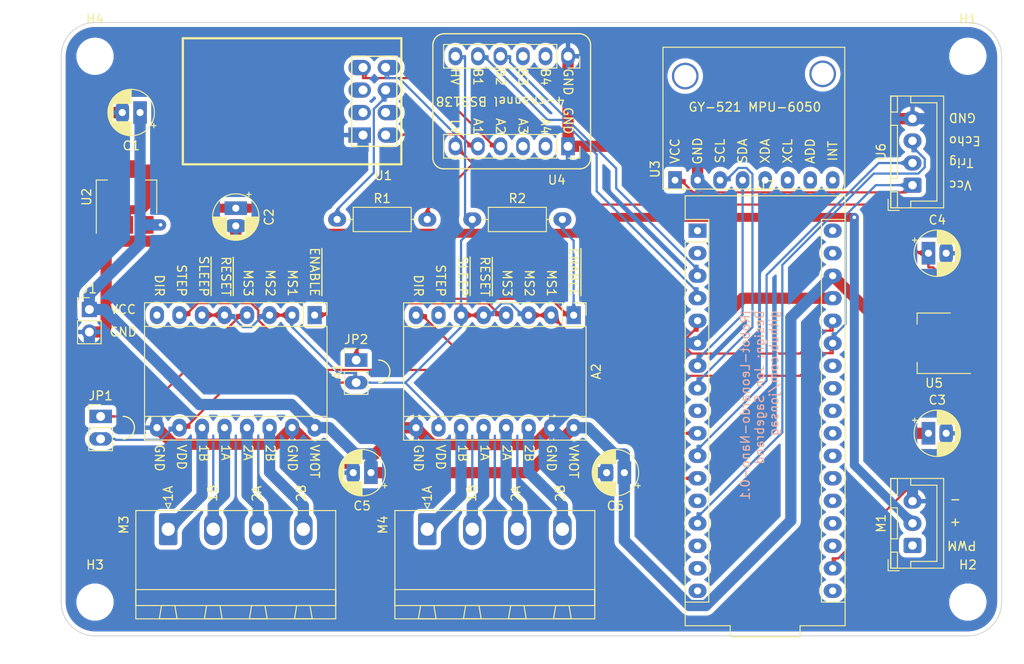
<source format=kicad_pcb>
(kicad_pcb (version 20211014) (generator pcbnew)
  (title_block (title "jRobot-Leonardo-Nano") (date "2022-12-18") (rev "0.1"))
  (layers (0 "F.Cu" signal) (31 "B.Cu" signal) (34 "B.Paste" user) (35 "F.Paste" user) (36 "B.SilkS" user "B.Silkscreen") (37 "F.SilkS" user "F.Silkscreen") (38 "B.Mask" user) (39 "F.Mask" user) (44 "Edge.Cuts" user))
  (net 0 "")
  (net 1 "D4")
  (net 2 "+5V")
  (net 3 "D7")
  (net 4 "D8")
  (net 5 "GND")
  (net 6 "Net-(A1-Pad11)")
  (net 7 "Net-(A1-Pad12)")
  (net 8 "Net-(A1-Pad13)")
  (net 9 "Net-(A1-Pad14)")
  (net 10 "VCC")
  (net 11 "D12")
  (net 12 "D5")
  (net 13 "Net-(A2-Pad11)")
  (net 14 "Net-(A2-Pad12)")
  (net 15 "Net-(A2-Pad13)")
  (net 16 "Net-(A2-Pad14)")
  (net 17 "D1{slash}Tx")
  (net 18 "D0{slash}Rx")
  (net 19 "Net-(A2-Pad4)")
  (net 20 "D3{slash}SCL")
  (net 21 "D2{slash}SDA")
  (net 22 "D6{slash}A7")
  (net 23 "D9{slash}A9")
  (net 24 "D10")
  (net 25 "D16")
  (net 26 "D17")
  (net 27 "RESET")
  (net 28 "D4{slash}A6")
  (net 29 "D8{slash}A8")
  (net 30 "D10{slash}A10")
  (net 31 "D11")
  (net 32 "D12{slash}A11")
  (net 33 "D13")
  (net 34 "AREF")
  (net 35 "A0{slash}D18")
  (net 36 "A1{slash}D19")
  (net 37 "A2{slash}D20")
  (net 38 "Vdrive")
  (net 39 "+3.3V")
  (net 40 "Net-(R1-Pad1)")
  (net 41 "/TxL")
  (net 45 "/RxL")
  (net 54 "Net-(A1-Pad4)")
  (net 55 "A3{slash}D21")
  (net 56 "A4{slash}D22")
  (net 57 "A5{slash}D23")
  (net 60 "D14")
  (net 61 "D15")
  (footprint "MountingHole:MountingHole_3.2mm_M3" (layer "F.Cu") (at 140.97 68.58)
    (fp_text reference "H4")
    (fp_text value "MountingHole")
  )
  (footprint "My_Parts:Jumper_1x02_P2.54mm_large" (layer "F.Cu") (at 170.42 102.865)
    (fp_text reference "JP2")
    (fp_text value "MS3 Right")
  )
  (footprint "My_Misc:R_Axial_DIN0207_L6.3mm_D2.5mm_P10.16mm_Horizontal_large" (layer "F.Cu") (at 168.275 86.995)
    (fp_text reference "R1")
    (fp_text value "10k")
  )
  (footprint "My_Misc:Pololu_Breakout-16_15.2x20.3mm_large" (layer "F.Cu") (at 194.945 97.8 -90)
    (fp_text reference "A2")
    (fp_text value "A4988")
  )
  (footprint "My_Headers:4-pin JST HC-SR04 Sonar" (layer "F.Cu") (at 233.155 83.125 90)
    (fp_text reference "U6")
    (fp_text value "HC-SR04")
  )
  (footprint "My_Misc:CP_Radial_D5.0mm_P2.00mm_larger" (layer "F.Cu") (at 234.95 111.125)
    (fp_text reference "C3")
    (fp_text value "10u")
  )
  (footprint "MountingHole:MountingHole_3.2mm_M3" (layer "F.Cu") (at 140.97 130.175)
    (fp_text reference "H3")
    (fp_text value "MountingHole")
  )
  (footprint "My_Headers:2-pin_power_input_header" (layer "F.Cu") (at 140.335 97.155)
    (fp_text reference "J1")
    (fp_text value "2-pin_power_input_header")
  )
  (footprint "My_Parts:GY-521_MPU6050_w_header_large" (layer "F.Cu") (at 206.375 82.565 90)
    (fp_text reference "U3")
    (fp_text value "MPU-6050")
  )
  (footprint "My_Arduino2:Arduino_Micro large" (layer "F.Cu") (at 208.915 88.265)
    (fp_text reference "U7")
    (fp_text value "Arduino_Micro")
  )
  (footprint "Package_TO_SOT_SMD:SOT-223-3_TabPin2" (layer "F.Cu") (at 235.585 100.965 180)
    (fp_text reference "U5")
    (fp_text value "AMS1117-3.3")
  )
  (footprint "My_Misc:CP_Radial_D5.0mm_P2.00mm_larger" (layer "F.Cu") (at 146.05 74.93 180)
    (fp_text reference "C1")
    (fp_text value "10u")
  )
  (footprint "MountingHole:MountingHole_3.2mm_M3" (layer "F.Cu") (at 239.395 68.58)
    (fp_text reference "H1")
    (fp_text value "MountingHole")
  )
  (footprint "My_Headers:3-pin JST Servo" (layer "F.Cu") (at 233.155 123.785 90)
    (fp_text reference "M1")
    (fp_text value "Arm")
  )
  (footprint "MountingHole:MountingHole_3.2mm_M3" (layer "F.Cu") (at 239.395 130.175)
    (fp_text reference "H2")
    (fp_text value "MountingHole")
  )
  (footprint "My_Parts:4-channel_I2C_level_shifter_BSS138_large" (layer "F.Cu") (at 194.3107 78.7393 180)
    (fp_text reference "U4")
    (fp_text value "BSS138")
  )
  (footprint "My_Parts:PhoenixPCB_2-Pole_Stepper_Connector" (layer "F.Cu") (at 178.435 121.9525)
    (fp_text reference "M4")
    (fp_text value "Right")
  )
  (footprint "My_Parts:Jumper_1x02_P2.54mm_large" (layer "F.Cu") (at 141.605 109.22)
    (fp_text reference "JP1")
    (fp_text value "MS3 Right")
  )
  (footprint "My_Misc:CP_Radial_D5.0mm_P2.00mm_larger" (layer "F.Cu") (at 172.085 115.57 180)
    (fp_text reference "C5")
    (fp_text value "100u")
  )
  (footprint "Package_TO_SOT_SMD:SOT-223-3_TabPin2" (layer "F.Cu") (at 144.525 84.455 90)
    (fp_text reference "U2")
    (fp_text value "AMS1117-5.0")
  )
  (footprint "My_Misc:CP_Radial_D5.0mm_P2.00mm_larger" (layer "F.Cu") (at 200.66 115.57 180)
    (fp_text reference "C6")
    (fp_text value "100u")
  )
  (footprint "My_ESP8266:ESP-01_w_pin_socket_large" (layer "F.Cu") (at 173.736 77.47 180)
    (fp_text reference "U1")
    (fp_text value "ESP-01")
  )
  (footprint "My_Misc:Pololu_Breakout-16_15.2x20.3mm_large" (layer "F.Cu") (at 165.735 97.79 -90)
    (fp_text reference "A1")
    (fp_text value "A4988")
  )
  (footprint "My_Misc:R_Axial_DIN0207_L6.3mm_D2.5mm_P10.16mm_Horizontal_large" (layer "F.Cu") (at 183.515 86.995)
    (fp_text reference "R2")
    (fp_text value "10k")
  )
  (footprint "My_Misc:CP_Radial_D5.0mm_P2.00mm_larger" (layer "F.Cu") (at 234.95 90.805)
    (fp_text reference "C4")
    (fp_text value "10u")
  )
  (footprint "My_Parts:PhoenixPCB_2-Pole_Stepper_Connector" (layer "F.Cu") (at 149.225 121.9525)
    (fp_text reference "M3")
    (fp_text value "Left")
  )
  (footprint "My_Misc:CP_Radial_D5.0mm_P2.00mm_larger" (layer "F.Cu") (at 156.845 85.725 -90)
    (fp_text reference "C2")
    (fp_text value "10u")
  )
  (gr_line (start 243.205 130.175) (end 243.205 68.58) (layer "Edge.Cuts") (width 0.1))
  (gr_arc (start 243.205 130.175) (mid 242.089077 132.869077) (end 239.395 133.985) (layer "Edge.Cuts") (width 0.1))
  (gr_arc (start 137.16 68.58) (mid 138.275923 65.885923) (end 140.97 64.77) (layer "Edge.Cuts") (width 0.1))
  (gr_line (start 239.395 64.77) (end 140.97 64.77) (layer "Edge.Cuts") (width 0.1))
  (gr_line (start 140.97 133.985) (end 239.395 133.985) (layer "Edge.Cuts") (width 0.1))
  (gr_line (start 137.16 68.58) (end 137.16 130.175) (layer "Edge.Cuts") (width 0.1))
  (gr_arc (start 140.97 133.985) (mid 138.275923 132.869077) (end 137.16 130.175) (layer "Edge.Cuts") (width 0.1))
  (gr_arc (start 239.395 64.77) (mid 242.089077 65.885923) (end 243.205 68.58) (layer "Edge.Cuts") (width 0.1))
  (gr_text "${TITLE}-${REVISION}\nDesign: Jon Sagebrand\ngithub.com/jonsag" (at 215.9 97.155 90) (layer "B.SilkS") (effects (font (size 1 1)) (justify left mirror)))
  (segment (start 165.735 97.79) (end 166.8601 97.79) (width 0.25) (layer "F.Cu") (net 1))
  (segment (start 193.8199 97.8) (end 193.8199 97.3781) (width 0.25) (layer "F.Cu") (net 1))
  (segment (start 168.6999 95.9502) (end 166.8601 97.79) (width 0.25) (layer "F.Cu") (net 1))
  (segment (start 193.8199 97.3781) (end 192.392 95.9502) (width 0.25) (layer "F.Cu") (net 1))
  (segment (start 194.945 97.8) (end 193.8199 97.8) (width 0.25) (layer "F.Cu") (net 1))
  (segment (start 192.392 95.9502) (end 168.6999 95.9502) (width 0.25) (layer "F.Cu") (net 1))
  (segment (start 193.675 88.1201) (end 194.945 89.3901) (width 0.25) (layer "B.Cu") (net 1))
  (segment (start 193.675 86.995) (end 193.675 88.1201) (width 0.25) (layer "B.Cu") (net 1))
  (segment (start 194.945 89.3901) (end 194.945 97.8) (width 0.25) (layer "B.Cu") (net 1))
  (segment (start 163.195 97.79) (end 160.655 97.79) (width 0.25) (layer "F.Cu") (net 2))
  (segment (start 199.2404 104.6354) (end 220.4846 104.6354) (width 0.25) (layer "F.Cu") (net 2))
  (segment (start 170.42 105.405) (end 156.2787 105.405) (width 0.25) (layer "F.Cu") (net 2))
  (segment (start 208.4303 83.9409) (end 232.3391 83.9409) (width 0.25) (layer "F.Cu") (net 2))
  (segment (start 189.865 97.8) (end 192.405 97.8) (width 0.25) (layer "F.Cu") (net 2))
  (segment (start 151.6201 110.0636) (end 151.6201 110.49) (width 0.25) (layer "F.Cu") (net 2))
  (segment (start 156.2787 105.405) (end 151.6201 110.0636) (width 0.25) (layer "F.Cu") (net 2))
  (segment (start 224.155 100.965) (end 224.155 102.0901) (width 0.25) (layer "F.Cu") (net 2))
  (segment (start 232.3391 83.9409) (end 233.155 83.125) (width 0.25) (layer "F.Cu") (net 2))
  (segment (start 206.375 82.565) (end 207.4621 82.565) (width 0.25) (layer "F.Cu") (net 2))
  (segment (start 182.245 97.8) (end 184.785 97.8) (width 0.25) (layer "F.Cu") (net 2))
  (segment (start 220.4846 104.6354) (end 223.0299 102.0901) (width 0.25) (layer "F.Cu") (net 2))
  (segment (start 153.035 97.79) (end 155.575 97.79) (width 0.25) (layer "F.Cu") (net 2))
  (segment (start 150.495 110.49) (end 151.6201 110.49) (width 0.25) (layer "F.Cu") (net 2))
  (segment (start 207.4621 82.565) (end 207.4621 82.9727) (width 0.25) (layer "F.Cu") (net 2))
  (segment (start 192.405 97.8) (end 199.2404 104.6354) (width 0.25) (layer "F.Cu") (net 2))
  (segment (start 207.4621 82.9727) (end 208.4303 83.9409) (width 0.25) (layer "F.Cu") (net 2))
  (segment (start 223.0299 102.0901) (end 224.155 102.0901) (width 0.25) (layer "F.Cu") (net 2))
  (segment (start 186.8405 96.4477) (end 187.814 96.4477) (width 0.25) (layer "B.Cu") (net 2))
  (segment (start 182.245 97.8) (end 182.245 99.1411) (width 0.25) (layer "B.Cu") (net 2))
  (segment (start 155.575 97.79) (end 156.7001 97.79) (width 0.25) (layer "B.Cu") (net 2))
  (segment (start 143.3104 111.8703) (end 143.2001 111.76) (width 0.25) (layer "B.Cu") (net 2))
  (segment (start 185.9101 97.8) (end 185.9101 97.3781) (width 0.25) (layer "B.Cu") (net 2))
  (segment (start 159.5299 98.2164) (end 159.5299 97.79) (width 0.25) (layer "B.Cu") (net 2))
  (segment (start 163.195 99.1311) (end 168.3818 104.3179) (width 0.25) (layer "B.Cu") (net 2))
  (segment (start 224.155 99.8399) (end 224.5769 99.8399) (width 0.25) (layer "B.Cu") (net 2))
  (segment (start 182.6978 86.7403) (end 182.6978 68.5793) (width 0.25) (layer "B.Cu") (net 2))
  (segment (start 184.785 97.8) (end 185.9101 97.8) (width 0.25) (layer "B.Cu") (net 2))
  (segment (start 172.0301 105.42) (end 172.0151 105.405) (width 0.25) (layer "B.Cu") (net 2))
  (segment (start 224.5769 99.8399) (end 225.5847 98.8321) (width 0.25) (layer "B.Cu") (net 2))
  (segment (start 183.515 87.5575) (end 183.515 88.1201) (width 0.25) (layer "B.Cu") (net 2))
  (segment (start 157.628 99.1398) (end 158.6065 99.1398) (width 0.25) (layer "B.Cu") (net 2))
  (segment (start 183.515 86.995) (end 183.515 87.5575) (width 0.25) (layer "B.Cu") (net 2))
  (segment (start 183.515 88.1201) (end 182.245 89.3901) (width 0.25) (layer "B.Cu") (net 2))
  (segment (start 168.3818 104.3179) (end 170.42 104.3179) (width 0.25) (layer "B.Cu") (net 2))
  (segment (start 189.865 97.8) (end 188.7399 97.8) (width 0.25) (layer "B.Cu") (net 2))
  (segment (start 224.155 100.965) (end 224.155 99.8399) (width 0.25) (layer "B.Cu") (net 2))
  (segment (start 149.3699 110.9119) (end 148.4115 111.8703) (width 0.25) (layer "B.Cu") (net 2))
  (segment (start 175.9661 105.42) (end 172.0301 105.42) (width 0.25) (layer "B.Cu") (net 2))
  (segment (start 225.5847 86.5552) (end 229.0149 83.125) (width 0.25) (layer "B.Cu") (net 2))
  (segment (start 187.814 96.4477) (end 188.7399 97.3736) (width 0.25) (layer "B.Cu") (net 2))
  (segment (start 185.9101 97.3781) (end 186.8405 96.4477) (width 0.25) (layer "B.Cu") (net 2))
  (segment (start 179.705 110.5) (end 179.705 109.1589) (width 0.25) (layer "B.Cu") (net 2))
  (segment (start 148.4115 111.8703) (end 143.3104 111.8703) (width 0.25) (layer "B.Cu") (net 2))
  (segment (start 156.7001 98.2119) (end 157.628 99.1398) (width 0.25) (layer "B.Cu") (net 2))
  (segment (start 182.245 99.1411) (end 175.9661 105.42) (width 0.25) (layer "B.Cu") (net 2))
  (segment (start 149.3699 110.49) (end 149.3699 110.9119) (width 0.25) (layer "B.Cu") (net 2))
  (segment (start 156.7001 97.79) (end 156.7001 98.2119) (width 0.25) (layer "B.Cu") (net 2))
  (segment (start 158.6065 99.1398) (end 159.5299 98.2164) (width 0.25) (layer "B.Cu") (net 2))
  (segment (start 179.705 109.1589) (end 175.9661 105.42) (width 0.25) (layer "B.Cu") (net 2))
  (segment (start 225.5847 98.8321) (end 225.5847 86.5552) (width 0.25) (layer "B.Cu") (net 2))
  (segment (start 181.6107 68.5793) (end 182.6978 68.5793) (width 0.25) (layer "B.Cu") (net 2))
  (segment (start 170.42 105.405) (end 172.0151 105.405) (width 0.25) (layer "B.Cu") (net 2))
  (segment (start 150.495 110.49) (end 149.3699 110.49) (width 0.25) (layer "B.Cu") (net 2))
  (segment (start 141.605 111.76) (end 143.2001 111.76) (width 0.25) (layer "B.Cu") (net 2))
  (segment (start 182.245 89.3901) (end 182.245 97.8) (width 0.25) (layer "B.Cu") (net 2))
  (segment (start 160.655 97.79) (end 159.5299 97.79) (width 0.25) (layer "B.Cu") (net 2))
  (segment (start 170.42 105.405) (end 170.42 104.3179) (width 0.25) (layer "B.Cu") (net 2))
  (segment (start 183.515 87.5575) (end 182.6978 86.7403) (width 0.25) (layer "B.Cu") (net 2))
  (segment (start 188.7399 97.3736) (end 188.7399 97.8) (width 0.25) (layer "B.Cu") (net 2))
  (segment (start 229.0149 83.125) (end 233.155 83.125) (width 0.25) (layer "B.Cu") (net 2))
  (segment (start 163.195 97.79) (end 163.195 99.1311) (width 0.25) (layer "B.Cu") (net 2))
  (segment (start 158.5797 96.4364) (end 159.385 97.2417) (width 0.25) (layer "F.Cu") (net 3))
  (segment (start 159.385 97.2417) (end 159.385 98.3489) (width 0.25) (layer "F.Cu") (net 3))
  (segment (start 151.6201 97.79) (end 151.6201 97.3681) (width 0.25) (layer "F.Cu") (net 3))
  (segment (start 151.6201 97.3681) (end 152.5518 96.4364) (width 0.25) (layer "F.Cu") (net 3))
  (segment (start 206.1085 116.205) (end 208.915 116.205) (width 0.25) (layer "F.Cu") (net 3))
  (segment (start 152.5518 96.4364) (end 158.5797 96.4364) (width 0.25) (layer "F.Cu") (net 3))
  (segment (start 165.0118 103.9757) (end 193.8792 103.9757) (width 0.25) (layer "F.Cu") (net 3))
  (segment (start 150.495 97.79) (end 151.6201 97.79) (width 0.25) (layer "F.Cu") (net 3))
  (segment (start 193.8792 103.9757) (end 206.1085 116.205) (width 0.25) (layer "F.Cu") (net 3))
  (segment (start 159.385 98.3489) (end 165.0118 103.9757) (width 0.25) (layer "F.Cu") (net 3))
  (segment (start 161.3191 112.3659) (end 163.195 110.49) (width 1.27) (layer "F.Cu") (net 5))
  (segment (start 177.165 110.5) (end 175.5299 110.5) (width 1.27) (layer "F.Cu") (net 5))
  (segment (start 144.05 74.93) (end 142.4529 74.93) (width 1.27) (layer "F.Cu") (net 5))
  (segment (start 179.0667 112.4017) (end 177.165 110.5) (width 1.27) (layer "F.Cu") (net 5))
  (segment (start 141.7898 75.5931) (end 142.4529 74.93) (width 1.27) (layer "F.Cu") (net 5))
  (segment (start 142.225 89.4401) (end 142.225 99.4901) (width 1.27) (layer "F.Cu") (net 5))
  (segment (start 194.3107 78.7393) (end 206.9404 78.7393) (width 1.27) (layer "F.Cu") (net 5))
  (segment (start 147.955 110.49) (end 149.8309 112.3659) (width 1.27) (layer "F.Cu") (net 5))
  (segment (start 170.085 113.4649) (end 172.565 113.4649) (width 1.27) (layer "F.Cu") (net 5))
  (segment (start 208.915 80.7139) (end 214.0039 75.625) (width 1.27) (layer "F.Cu") (net 5))
  (segment (start 149.8309 112.3659) (end 161.3191 112.3659) (width 1.27) (layer "F.Cu") (net 5))
  (segment (start 214.0039 75.625) (end 233.155 75.625) (width 1.27) (layer "F.Cu") (net 5))
  (segment (start 142.225 88.5225) (end 141.7898 88.0873) (width 1.27) (layer "F.Cu") (net 5))
  (segment (start 141.7898 88.0873) (end 141.7898 75.5931) (width 1.27) (layer "F.Cu") (net 5))
  (segment (start 194.3107 68.5793) (end 194.3107 78.7393) (width 1.27) (layer "F.Cu") (net 5))
  (segment (start 236.95 111.125) (end 236.95 106.6351) (width 1.27) (layer "F.Cu") (net 5))
  (segment (start 156.845 87.725) (end 156.845 89.3221) (width 1.27) (layer "F.Cu") (net 5))
  (segment (start 236.95 106.6351) (end 238.735 104.8501) (width 1.27) (layer "F.Cu") (net 5))
  (segment (start 224.155 95.885) (end 213.995 95.885) (width 1.27) (layer "F.Cu") (net 5))
  (segment (start 170.085 114.5174) (end 167.2224 114.5174) (width 1.27) (layer "F.Cu") (net 5))
  (segment (start 208.915 82.565) (end 208.915 80.7139) (width 1.27) (layer "F.Cu") (net 5))
  (segment (start 167.2224 114.5174) (end 163.195 110.49) (width 1.27) (layer "F.Cu") (net 5))
  (segment (start 142.225 87.605) (end 142.225 88.5225) (width 1.27) (layer "F.Cu") (net 5))
  (segment (start 170.085 114.5174) (end 170.085 113.4649) (width 1.27) (layer "F.Cu") (net 5))
  (segment (start 156.845 89.3221) (end 156.727 89.4401) (width 1.27) (layer "F.Cu") (net 5))
  (segment (start 192.405 110.5) (end 190.5033 112.4017) (width 1.27) (layer "F.Cu") (net 5))
  (segment (start 156.727 89.4401) (end 142.225 89.4401) (width 1.27) (layer "F.Cu") (net 5))
  (segment (start 142.225 99.4901) (end 142.0201 99.695) (width 1.27) (layer "F.Cu") (net 5))
  (segment (start 142.225 88.5225) (end 142.225 89.4401) (width 1.27) (layer "F.Cu") (net 5))
  (segment (start 170.085 115.57) (end 170.085 114.5174) (width 1.27) (layer "F.Cu") (net 5))
  (segment (start 238.735 103.265) (end 238.735 104.8501) (width 1.27) (layer "F.Cu") (net 5))
  (segment (start 190.5033 112.4017) (end 179.0667 112.4017) (width 1.27) (layer "F.Cu") (net 5))
  (segment (start 172.565 113.4649) (end 175.5299 110.5) (width 1.27) (layer "F.Cu") (net 5))
  (segment (start 206.9404 78.7393) (end 208.915 80.7139) (width 1.27) (layer "F.Cu") (net 5))
  (segment (start 140.335 99.695) (end 142.0201 99.695) (width 1.27) (layer "F.Cu") (net 5))
  (segment (start 213.995 95.885) (end 208.915 100.965) (width 1.27) (layer "F.Cu") (net 5))
  (segment (start 197.0629 115.57) (end 197.0629 115.1579) (width 1.27) (layer "B.Cu") (net 5))
  (segment (start 171.196 77.47) (end 171.196 79.1687) (width 1.27) (layer "B.Cu") (net 5))
  (segment (start 192.4108 110.5058) (end 192.405 110.5) (width 1.27) (layer "B.Cu") (net 5))
  (segment (start 236.95 90.805) (end 236.95 111.125) (width 1.27) (layer "B.Cu") (net 5))
  (segment (start 171.196 79.1687) (end 162.6397 87.725) (width 1.27) (layer "B.Cu") (net 5))
  (segment (start 210.7662 99.1138) (end 210.7662 84.4162) (width 1.27) (layer "B.Cu") (net 5))
  (segment (start 147.955 110.49) (end 147.955 108.6389) (width 1.27) (layer "B.Cu") (net 5))
  (segment (start 236.95 113.3049) (end 236.95 111.125) (width 1.27) (layer "B.Cu") (net 5))
  (segment (start 147.5938 108.6389) (end 147.955 108.6389) (width 1.27) (layer "B.Cu") (net 5))
  (segment (start 197.0629 115.1579) (end 192.4108 110.5058) (width 1.27) (layer "B.Cu") (net 5))
  (segment (start 198.66 115.57) (end 197.0629 115.57) (width 1.27) (layer "B.Cu") (net 5))
  (segment (start 208.915 100.965) (end 210.7662 99.1138) (width 1.27) (layer "B.Cu") (net 5))
  (segment (start 192.4108 110.5058) (end 201.9516 100.965) (width 1.27) (layer "B.Cu") (net 5))
  (segment (start 235.0061 75.625) (end 236.95 77.5689) (width 1.27) (layer "B.Cu") (net 5))
  (segment (start 162.6397 87.725) (end 156.845 87.725) (width 1.27) (layer "B.Cu") (net 5))
  (segment (start 236.95 77.5689) (end 236.95 90.805) (width 1.27) (layer "B.Cu") (net 5))
  (segment (start 210.7662 84.4162) (end 208.915 82.565) (width 1.27) (layer "B.Cu") (net 5))
  (segment (start 233.155 118.785) (end 233.155 117.0999) (width 1.27) (layer "B.Cu") (net 5))
  (segment (start 201.9516 100.965) (end 208.915 100.965) (width 1.27) (layer "B.Cu") (net 5))
  (segment (start 233.155 75.625) (end 235.0061 75.625) (width 1.27) (layer "B.Cu") (net 5))
  (segment (start 140.335 101.3801) (end 147.5938 108.6389) (width 1.27) (layer "B.Cu") (net 5))
  (segment (start 140.335 99.695) (end 140.335 101.3801) (width 1.27) (layer "B.Cu") (net 5))
  (segment (start 233.155 117.0999) (end 236.95 113.3049) (width 1.27) (layer "B.Cu") (net 5))
  (segment (start 149.225 121.9525) (end 153.035 118.1425) (width 1.27) (layer "B.Cu") (net 6))
  (segment (start 153.035 118.1425) (end 153.035 110.49) (width 1.27) (layer "B.Cu") (net 6))
  (segment (start 154.305 119.3174) (end 155.575 118.0474) (width 1.27) (layer "B.Cu") (net 7))
  (segment (start 154.305 121.9525) (end 154.305 119.3174) (width 1.27) (layer "B.Cu") (net 7))
  (segment (start 155.575 118.0474) (end 155.575 110.49) (width 1.27) (layer "B.Cu") (net 7))
  (segment (start 159.385 121.9525) (end 159.385 119.3174) (width 1.27) (layer "B.Cu") (net 8))
  (segment (start 159.385 119.3174) (end 158.115 118.0474) (width 1.27) (layer "B.Cu") (net 8))
  (segment (start 158.115 118.0474) (end 158.115 110.49) (width 1.27) (layer "B.Cu") (net 8))
  (segment (start 164.465 119.3174) (end 160.655 115.5074) (width 1.27) (layer "B.Cu") (net 9))
  (segment (start 160.655 115.5074) (end 160.655 110.49) (width 1.27) (layer "B.Cu") (net 9))
  (segment (start 164.465 121.9525) (end 164.465 119.3174) (width 1.27) (layer "B.Cu") (net 9))
  (segment (start 233.3529 111.125) (end 230.5998 108.3719) (width 1.27) (layer "F.Cu") (net 10))
  (segment (start 230.5998 108.3719) (end 230.5998 97.0799) (width 1.27) (layer "F.Cu") (net 10))
  (segment (start 234.95 111.125) (end 233.3529 111.125) (width 1.27) (layer "F.Cu") (net 10))
  (segment (start 230.5998 97.0799) (end 227.8899 97.0799) (width 1.27) (layer "F.Cu") (net 10))
  (segment (start 148.364 87.605) (end 146.825 87.605) (width 1.27) (layer "F.Cu") (net 10))
  (segment (start 238.735 97.0799) (end 230.5998 97.0799) (width 1.27) (layer "F.Cu") (net 10))
  (segment (start 238.735 98.665) (end 238.735 97.0799) (width 1.27) (layer "F.Cu") (net 10))
  (segment (start 172.085 115.57) (end 189.875 115.57) (width 1.27) (layer "F.Cu") (net 10))
  (segment (start 227.8899 97.0799) (end 224.155 93.345) (width 1.27) (layer "F.Cu") (net 10))
  (segment (start 189.875 115.57) (end 194.945 110.5) (width 1.27) (layer "F.Cu") (net 10))
  (via (at 148.364 87.605) (size 0.8) (drill 0.4) (layers "F.Cu" "B.Cu") (net 10))
  (segment (start 165.735 110.49) (end 167.3701 110.49) (width 1.27) (layer "B.Cu") (net 10))
  (segment (start 200.66 113.4649) (end 199.545 113.4649) (width 1.27) (layer "B.Cu") (net 10))
  (segment (start 146.05 87.605) (end 146.05 89.7549) (width 1.27) (layer "B.Cu") (net 10))
  (segment (start 146.05 74.93) (end 146.05 87.605) (width 1.27) (layer "B.Cu") (net 10))
  (segment (start 170.345 113.4649) (end 167.3701 110.49) (width 1.27) (layer "B.Cu") (net 10))
  (segment (start 152.7418 107.8767) (end 142.0201 97.155) (width 1.27) (layer "B.Cu") (net 10))
  (segment (start 140.335 97.155) (end 140.335 95.4699) (width 1.27) (layer "B.Cu") (net 10))
  (segment (start 219.4349 98.0651) (end 219.4349 120.9792) (width 1.27) (layer "B.Cu") (net 10))
  (segment (start 172.085 113.4649) (end 170.345 113.4649) (width 1.27) (layer "B.Cu") (net 10))
  (segment (start 165.735 110.49) (end 163.1217 107.8767) (width 1.27) (layer "B.Cu") (net 10))
  (segment (start 209.8554 130.5587) (end 207.9896 130.5587) (width 1.27) (layer "B.Cu") (net 10))
  (segment (start 200.66 123.2291) (end 200.66 115.57) (width 1.27) (layer "B.Cu") (net 10))
  (segment (start 146.05 89.7549) (end 140.335 95.4699) (width 1.27) (layer "B.Cu") (net 10))
  (segment (start 172.085 115.57) (end 172.085 113.4649) (width 1.27) (layer "B.Cu") (net 10))
  (segment (start 194.945 110.5) (end 196.5801 110.5) (width 1.27) (layer "B.Cu") (net 10))
  (segment (start 224.155 93.345) (end 219.4349 98.0651) (width 1.27) (layer "B.Cu") (net 10))
  (segment (start 140.335 97.155) (end 142.0201 97.155) (width 1.27) (layer "B.Cu") (net 10))
  (segment (start 146.05 87.605) (end 148.364 87.605) (width 1.27) (layer "B.Cu") (net 10))
  (segment (start 207.9896 130.5587) (end 200.66 123.2291) (width 1.27) (layer "B.Cu") (net 10))
  (segment (start 199.545 113.4649) (end 196.5801 110.5) (width 1.27) (layer "B.Cu") (net 10))
  (segment (start 200.66 115.57) (end 200.66 113.4649) (width 1.27) (layer "B.Cu") (net 10))
  (segment (start 219.4349 120.9792) (end 209.8554 130.5587) (width 1.27) (layer "B.Cu") (net 10))
  (segment (start 163.1217 107.8767) (end 152.7418 107.8767) (width 1.27) (layer "B.Cu") (net 10))
  (segment (start 202.308 111.125) (end 208.915 111.125) (width 0.25) (layer "F.Cu") (net 12))
  (segment (start 178.2901 97.8) (end 178.2901 98.2219) (width 0.25) (layer "F.Cu") (net 12))
  (segment (start 177.165 97.8) (end 178.2901 97.8) (width 0.25) (layer "F.Cu") (net 12))
  (segment (start 182.2754 102.2072) (end 193.3902 102.2072) (width 0.25) (layer "F.Cu") (net 12))
  (segment (start 178.2901 98.2219) (end 182.2754 102.2072) (width 0.25) (layer "F.Cu") (net 12))
  (segment (start 193.3902 102.2072) (end 202.308 111.125) (width 0.25) (layer "F.Cu") (net 12))
  (segment (start 182.245 118.1425) (end 182.245 110.5) (width 1.27) (layer "B.Cu") (net 13))
  (segment (start 178.435 121.9525) (end 182.245 118.1425) (width 1.27) (layer "B.Cu") (net 13))
  (segment (start 183.515 119.3174) (end 184.785 118.0474) (width 1.27) (layer "B.Cu") (net 14))
  (segment (start 184.785 118.0474) (end 184.785 110.5) (width 1.27) (layer "B.Cu") (net 14))
  (segment (start 183.515 121.9525) (end 183.515 119.3174) (width 1.27) (layer "B.Cu") (net 14))
  (segment (start 188.595 119.3174) (end 187.325 118.0474) (width 1.27) (layer "B.Cu") (net 15))
  (segment (start 187.325 118.0474) (end 187.325 110.5) (width 1.27) (layer "B.Cu") (net 15))
  (segment (start 188.595 121.9525) (end 188.595 119.3174) (width 1.27) (layer "B.Cu") (net 15))
  (segment (start 189.865 115.5074) (end 189.865 110.5) (width 1.27) (layer "B.Cu") (net 16))
  (segment (start 193.675 119.3174) (end 189.865 115.5074) (width 1.27) (layer "B.Cu") (net 16))
  (segment (start 193.675 121.9525) (end 193.675 119.3174) (width 1.27) (layer "B.Cu") (net 16))
  (segment (start 199.7444 83.4712) (end 199.7444 81.2351) (width 0.25) (layer "B.Cu") (net 17))
  (segment (start 186.6907 68.5793) (end 187.7778 68.5793) (width 0.25) (layer "B.Cu") (net 17))
  (segment (start 208.915 93.345) (end 208.915 92.2199) (width 0.25) (layer "B.Cu") (net 17))
  (segment (start 208.4931 92.2199) (end 199.7444 83.4712) (width 0.25) (layer "B.Cu") (net 17))
  (segment (start 199.7444 81.2351) (end 187.7778 69.2685) (width 0.25) (layer "B.Cu") (net 17))
  (segment (start 208.915 92.2199) (end 208.4931 92.2199) (width 0.25) (layer "B.Cu") (net 17))
  (segment (start 187.7778 69.2685) (end 187.7778 68.5793) (width 0.25) (layer "B.Cu") (net 17))
  (segment (start 193.6326 75.7599) (end 197.5404 79.6677) (width 0.25) (layer "B.Cu") (net 18))
  (segment (start 197.5404 83.8117) (end 208.4886 94.7599) (width 0.25) (layer "B.Cu") (net 18))
  (segment (start 208.915 95.885) (end 208.915 94.7599) (width 0.25) (layer "B.Cu") (net 18))
  (segment (start 184.1507 68.5793) (end 185.2378 68.5793) (width 0.25) (layer "B.Cu") (net 18))
  (segment (start 208.4886 94.7599) (end 208.915 94.7599) (width 0.25) (layer "B.Cu") (net 18))
  (segment (start 192.0107 75.7599) (end 193.6326 75.7599) (width 0.25) (layer "B.Cu") (net 18))
  (segment (start 197.5404 79.6677) (end 197.5404 83.8117) (width 0.25) (layer "B.Cu") (net 18))
  (segment (start 185.2378 68.987) (end 192.0107 75.7599) (width 0.25) (layer "B.Cu") (net 18))
  (segment (start 185.2378 68.5793) (end 185.2378 68.987) (width 0.25) (layer "B.Cu") (net 18))
  (segment (start 187.325 97.8) (end 186.1999 97.8) (width 0.25) (layer "F.Cu") (net 19))
  (segment (start 186.1999 97.3781) (end 185.2783 96.4565) (width 0.25) (layer "F.Cu") (net 19))
  (segment (start 185.2783 96.4565) (end 175.7414 96.4565) (width 0.25) (layer "F.Cu") (net 19))
  (segment (start 175.7414 96.4565) (end 170.42 101.7779) (width 0.25) (layer "F.Cu") (net 19))
  (segment (start 186.1999 97.8) (end 186.1999 97.3781) (width 0.25) (layer "F.Cu") (net 19))
  (segment (start 170.42 102.865) (end 170.42 101.7779) (width 0.25) (layer "F.Cu") (net 19))
  (segment (start 209.3414 104.9199) (end 208.915 104.9199) (width 0.25) (layer "B.Cu") (net 20))
  (segment (start 215.1076 81.8593) (end 215.1076 99.1537) (width 0.25) (layer "B.Cu") (net 20))
  (segment (start 212.5421 82.1573) (end 213.522 81.1774) (width 0.25) (layer "B.Cu") (net 20))
  (segment (start 211.455 82.565) (end 212.5421 82.565) (width 0.25) (layer "B.Cu") (net 20))
  (segment (start 213.522 81.1774) (end 214.4257 81.1774) (width 0.25) (layer "B.Cu") (net 20))
  (segment (start 208.915 106.045) (end 208.915 104.9199) (width 0.25) (layer "B.Cu") (net 20))
  (segment (start 212.5421 82.565) (end 212.5421 82.1573) (width 0.25) (layer "B.Cu") (net 20))
  (segment (start 215.1076 99.1537) (end 209.3414 104.9199) (width 0.25) (layer "B.Cu") (net 20))
  (segment (start 214.4257 81.1774) (end 215.1076 81.8593) (width 0.25) (layer "B.Cu") (net 20))
  (segment (start 213.995 82.565) (end 213.995 97.7263) (width 0.25) (layer "B.Cu") (net 21))
  (segment (start 208.915 103.505) (end 208.915 102.3799) (width 0.25) (layer "B.Cu") (net 21))
  (segment (start 209.3414 102.3799) (end 208.915 102.3799) (width 0.25) (layer "B.Cu") (net 21))
  (segment (start 213.995 97.7263) (end 209.3414 102.3799) (width 0.25) (layer "B.Cu") (net 21))
  (segment (start 209.3414 112.5399) (end 208.915 112.5399) (width 0.25) (layer "B.Cu") (net 22))
  (segment (start 208.915 113.665) (end 208.915 112.5399) (width 0.25) (layer "B.Cu") (net 22))
  (segment (start 233.155 80.625) (end 229.3392 80.625) (width 0.25) (layer "B.Cu") (net 22))
  (segment (start 216.6999 93.2643) (end 216.6999 105.1814) (width 0.25) (layer "B.Cu") (net 22))
  (segment (start 229.3392 80.625) (end 216.6999 93.2643) (width 0.25) (layer "B.Cu") (net 22))
  (segment (start 216.6999 105.1814) (end 209.3414 112.5399) (width 0.25) (layer "B.Cu") (net 22))
  (segment (start 234.5365 80.1675) (end 234.5365 81.0957) (width 0.25) (layer "B.Cu") (net 23))
  (segment (start 234.5365 81.0957) (end 233.8143 81.8179) (width 0.25) (layer "B.Cu") (net 23))
  (segment (start 228.783 81.8179) (end 218.4747 92.1262) (width 0.25) (layer "B.Cu") (net 23))
  (segment (start 233.155 79.3001) (end 233.6691 79.3001) (width 0.25) (layer "B.Cu") (net 23))
  (segment (start 233.6691 79.3001) (end 234.5365 80.1675) (width 0.25) (layer "B.Cu") (net 23))
  (segment (start 218.4747 111.0266) (end 209.3414 120.1599) (width 0.25) (layer "B.Cu") (net 23))
  (segment (start 233.8143 81.8179) (end 228.783 81.8179) (width 0.25) (layer "B.Cu") (net 23))
  (segment (start 208.915 121.285) (end 208.915 120.1599) (width 0.25) (layer "B.Cu") (net 23))
  (segment (start 209.3414 120.1599) (end 208.915 120.1599) (width 0.25) (layer "B.Cu") (net 23))
  (segment (start 218.4747 92.1262) (end 218.4747 111.0266) (width 0.25) (layer "B.Cu") (net 23))
  (segment (start 233.155 78.125) (end 233.155 79.3001) (width 0.25) (layer "B.Cu") (net 23))
  (segment (start 220.4535 102.1265) (end 208.229 102.1265) (width 0.25) (layer "F.Cu") (net 27))
  (segment (start 208.229 102.1265) (end 207.5726 101.4701) (width 0.25) (layer "F.Cu") (net 27))
  (segment (start 208.915 98.425) (end 208.915 99.5501) (width 0.25) (layer "F.Cu") (net 27))
  (segment (start 207.5726 101.4701) (end 207.5726 100.4706) (width 0.25) (layer "F.Cu") (net 27))
  (segment (start 224.155 99.5501) (end 223.0299 99.5501) (width 0.25) (layer "F.Cu") (net 27))
  (segment (start 207.5726 100.4706) (end 208.4931 99.5501) (width 0.25) (layer "F.Cu") (net 27))
  (segment (start 223.0299 99.5501) (end 220.4535 102.1265) (width 0.25) (layer "F.Cu") (net 27))
  (segment (start 208.4931 99.5501) (end 208.915 99.5501) (width 0.25) (layer "F.Cu") (net 27))
  (segment (start 224.155 98.425) (end 224.155 99.5501) (width 0.25) (layer "F.Cu") (net 27))
  (segment (start 163.7162 85.725) (end 166.5416 88.5504) (width 1.016) (layer "F.Cu") (net 38))
  (segment (start 197.5361 88.5504) (end 199.3296 86.7569) (width 1.016) (layer "F.Cu") (net 38))
  (segment (start 144.525 87.605) (end 144.525 85.8969) (width 1.016) (layer "F.Cu") (net 38))
  (segment (start 199.3296 86.7569) (end 226.594 86.7569) (width 1.016) (layer "F.Cu") (net 38))
  (segment (start 166.5416 88.5504) (end 197.5361 88.5504) (width 1.016) (layer "F.Cu") (net 38))
  (segment (start 156.7085 85.725) (end 154.8669 85.725) (width 1.016) (layer "F.Cu") (net 38))
  (segment (start 144.525 85.8969) (end 146.2711 85.8969) (width 1.016) (layer "F.Cu") (net 38))
  (segment (start 144.525 81.305) (end 147.1331 81.305) (width 1.016) (layer "F.Cu") (net 38))
  (segment (start 146.2711 85.8969) (end 147.1331 85.0349) (width 1.016) (layer "F.Cu") (net 38))
  (segment (start 156.845 85.725) (end 163.7162 85.725) (width 1.016) (layer "F.Cu") (net 38))
  (segment (start 156.7085 85.725) (end 156.845 85.725) (width 1.016) (layer "F.Cu") (net 38))
  (segment (start 154.1768 85.0349) (end 154.8669 85.725) (width 1.016) (layer "F.Cu") (net 38))
  (segment (start 147.1331 85.0349) (end 147.1331 81.305) (width 1.016) (layer "F.Cu") (net 38))
  (segment (start 147.1331 85.0349) (end 154.1768 85.0349) (width 1.016) (layer "F.Cu") (net 38))
  (via (at 226.594 86.7569) (size 0.8) (drill 0.4) (layers "F.Cu" "B.Cu") (net 38))
  (segment (start 233.155 121.285) (end 226.594 114.724) (width 1.016) (layer "B.Cu") (net 38))
  (segment (start 226.594 114.724) (end 226.594 86.7569) (width 1.016) (layer "B.Cu") (net 38))
  (segment (start 233.8629 90.805) (end 228.3745 85.3166) (width 0.25) (layer "F.Cu") (net 39))
  (segment (start 240.0602 96.9867) (end 235.4736 92.4001) (width 0.25) (layer "F.Cu") (net 39))
  (segment (start 240.0602 100.1773) (end 240.0602 96.9867) (width 0.25) (layer "F.Cu") (net 39))
  (segment (start 238.735 101.5025) (end 240.0602 100.1773) (width 0.25) (layer "F.Cu") (net 39))
  (segment (start 237.0956 112.9316) (end 237.223 112.9316) (width 0.25) (layer "F.Cu") (net 39))
  (segment (start 239.7636 102.0401) (end 238.735 102.0401) (width 0.25) (layer "F.Cu") (net 39))
  (segment (start 235.4736 92.4001) (end 234.95 92.4001) (width 0.25) (layer "F.Cu") (net 39))
  (segment (start 183.4801 80.8248) (end 183.4801 80.6087) (width 0.25) (layer "F.Cu") (net 39))
  (segment (start 228.3745 85.3166) (end 187.9719 85.3166) (width 0.25) (layer "F.Cu") (net 39))
  (segment (start 232.435 100.965) (end 232.435 103.1901) (width 0.25) (layer "F.Cu") (net 39))
  (segment (start 240.0602 102.3367) (end 239.7636 102.0401) (width 0.25) (layer "F.Cu") (net 39))
  (segment (start 224.155 125.2399) (end 224.7873 125.2399) (width 0.25) (layer "F.Cu") (net 39))
  (segment (start 178.435 85.8699) (end 183.4801 80.8248) (width 0.25) (layer "F.Cu") (net 39))
  (segment (start 236.5099 103.1901) (end 232.435 103.1901) (width 0.25) (layer "F.Cu") (net 39))
  (segment (start 234.95 90.805) (end 234.95 92.4001) (width 0.25) (layer "F.Cu") (net 39))
  (segment (start 187.9719 85.3166) (end 183.4801 80.8248) (width 0.25) (layer "F.Cu") (net 39))
  (segment (start 178.435 86.995) (end 178.435 85.8699) (width 0.25) (layer "F.Cu") (net 39))
  (segment (start 238.735 102.0401) (end 237.6599 102.0401) (width 0.25) (layer "F.Cu") (net 39))
  (segment (start 224.7873 125.2399) (end 237.0956 112.9316) (width 0.25) (layer "F.Cu") (net 39))
  (segment (start 238.735 101.5025) (end 238.735 102.0401) (width 0.25) (layer "F.Cu") (net 39))
  (segment (start 237.6599 102.0401) (end 236.5099 103.1901) (width 0.25) (layer "F.Cu") (net 39))
  (segment (start 237.223 112.9316) (end 240.0602 110.0944) (width 0.25) (layer "F.Cu") (net 39))
  (segment (start 234.95 90.805) (end 233.8629 90.805) (width 0.25) (layer "F.Cu") (net 39))
  (segment (start 183.4801 80.6087) (end 181.6107 78.7393) (width 0.25) (layer "F.Cu") (net 39))
  (segment (start 240.0602 110.0944) (end 240.0602 102.3367) (width 0.25) (layer "F.Cu") (net 39))
  (segment (start 238.735 100.965) (end 238.735 101.5025) (width 0.25) (layer "F.Cu") (net 39))
  (segment (start 224.155 126.365) (end 224.155 125.2399) (width 0.25) (layer "F.Cu") (net 39))
  (segment (start 173.736 69.85) (end 173.736 71.0387) (width 0.25) (layer "B.Cu") (net 39))
  (segment (start 181.6107 78.7393) (end 181.6107 77.3982) (width 0.25) (layer "B.Cu") (net 39))
  (segment (start 173.736 71.0387) (end 175.2512 71.0387) (width 0.25) (layer "B.Cu") (net 39))
  (segment (start 175.2512 71.0387) (end 181.6107 77.3982) (width 0.25) (layer "B.Cu") (net 39))
  (segment (start 172.4102 81.7347) (end 168.275 85.8699) (width 0.25) (layer "B.Cu") (net 40))
  (segment (start 172.4102 74.533) (end 172.4102 81.7347) (width 0.25) (layer "B.Cu") (net 40))
  (segment (start 173.3645 73.5787) (end 172.4102 74.533) (width 0.25) (layer "B.Cu") (net 40))
  (segment (start 173.736 72.39) (end 173.736 73.5787) (width 0.25) (layer "B.Cu") (net 40))
  (segment (start 168.275 86.995) (end 168.275 85.8699) (width 0.25) (layer "B.Cu") (net 40))
  (segment (start 173.736 73.5787) (end 173.3645 73.5787) (width 0.25) (layer "B.Cu") (net 40))
  (segment (start 175.7121 77.47) (end 175.7894 77.3927) (width 0.25) (layer "F.Cu") (net 41))
  (segment (start 184.1507 78.7393) (end 183.0636 78.7393) (width 0.25) (layer "F.Cu") (net 41))
  (segment (start 182.0692 77.3927) (end 183.0636 78.3871) (width 0.25) (layer "F.Cu") (net 41))
  (segment (start 175.7894 77.3927) (end 182.0692 77.3927) (width 0.25) (layer "F.Cu") (net 41))
  (segment (start 183.0636 78.3871) (end 183.0636 78.7393) (width 0.25) (layer "F.Cu") (net 41))
  (segment (start 173.736 77.47) (end 175.7121 77.47) (width 0.25) (layer "F.Cu") (net 41))
  (segment (start 171.196 71.0387) (end 178.2552 71.0387) (width 0.25) (layer "F.Cu") (net 45))
  (segment (start 186.6907 78.7393) (end 185.6036 78.7393) (width 0.25) (layer "F.Cu") (net 45))
  (segment (start 178.2552 71.0387) (end 185.6036 78.3871) (width 0.25) (layer "F.Cu") (net 45))
  (segment (start 185.6036 78.3871) (end 185.6036 78.7393) (width 0.25) (layer "F.Cu") (net 45))
  (segment (start 171.196 69.85) (end 171.196 71.0387) (width 0.25) (layer "F.Cu") (net 45))
  (segment (start 156.9899 98.2119) (end 145.9818 109.22) (width 0.25) (layer "F.Cu") (net 54))
  (segment (start 145.9818 109.22) (end 141.605 109.22) (width 0.25) (layer "F.Cu") (net 54))
  (segment (start 156.9899 97.79) (end 156.9899 98.2119) (width 0.25) (layer "F.Cu") (net 54))
  (segment (start 158.115 97.79) (end 156.9899 97.79) (width 0.25) (layer "F.Cu") (net 54))
  (zone (net 1) (net_name "D4") (layer "F.Cu") (priority 16962) (connect_pads yes (clearance 0)) (min_thickness 0.0254) (fill yes (thermal_gap 0.508) (thermal_bridge_width 0.508))
    (polygon (pts (xy 193.694035 97.429011) (xy 193.803167 97.545182) (xy 193.888147 97.649268) (xy 193.95465 97.743927) (xy 194.008347 97.831813) (xy 194.054911 97.915584) (xy 194.100017 97.997897) (xy 194.149338 98.081406) (xy 194.208545 98.16877) (xy 194.283313 98.262644) (xy 194.379315 98.365685) (xy 195.345 97.8) (xy 194.596289 97.08) (xy 194.51122 97.126749) (xy 194.43257 97.178227) (xy 194.358975 97.2302) (xy 194.289071 97.278433) (xy 194.221494 97.318694) (xy 194.154882 97.346749) (xy 194.087871 97.358364) (xy 194.019098 97.349306) (xy 193.947199 97.31534) (xy 193.870811 97.252235)))
  )
  (zone (net 54) (net_name "Net-(A1-Pad4)") (layer "F.Cu") (priority 16962) (connect_pads yes (clearance 0)) (min_thickness 0.0254) (fill yes (thermal_gap 0.508) (thermal_bridge_width 0.508))
    (polygon (pts (xy 143.127 109.095) (xy 142.947934 109.086112) (xy 142.800728 109.060906) (xy 142.67844 109.021568) (xy 142.574129 108.970286) (xy 142.480857 108.909245) (xy 142.391682 108.840633) (xy 142.299664 108.766635) (xy 142.197862 108.68944) (xy 142.079337 108.611232) (xy 141.937148 108.5342) (xy 141.224 109.22) (xy 141.937148 109.9058) (xy 142.079337 109.828767) (xy 142.197862 109.750559) (xy 142.299664 109.673364) (xy 142.391682 109.599366) (xy 142.480857 109.530754) (xy 142.574129 109.469713) (xy 142.67844 109.418431) (xy 142.800728 109.379093) (xy 142.947934 109.353887) (xy 143.127 109.345)))
  )
  (zone (net 12) (net_name "D5") (layer "F.Cu") (priority 16962) (connect_pads yes (clearance 0)) (min_thickness 0.0254) (fill yes (thermal_gap 0.508) (thermal_bridge_width 0.508))
    (polygon (pts (xy 207.325 111.25) (xy 207.512261 111.259519) (xy 207.665968 111.286492) (xy 207.793444 111.328538) (xy 207.902008 111.383278) (xy 207.998984 111.448331) (xy 208.091693 111.521317) (xy 208.187456 111.599857) (xy 208.293595 111.681571) (xy 208.417432 111.764078) (xy 208.566289 111.845) (xy 209.315 111.125) (xy 208.566289 110.405) (xy 208.417432 110.485921) (xy 208.293595 110.568428) (xy 208.187456 110.650142) (xy 208.091693 110.728682) (xy 207.998984 110.801668) (xy 207.902008 110.866721) (xy 207.793444 110.921461) (xy 207.665968 110.963507) (xy 207.512261 110.99048) (xy 207.325 111)))
  )
  (zone (net 3) (net_name "D7") (layer "F.Cu") (priority 16962) (connect_pads yes (clearance 0)) (min_thickness 0.0254) (fill yes (thermal_gap 0.508) (thermal_bridge_width 0.508))
    (polygon (pts (xy 207.325 116.33) (xy 207.512261 116.339519) (xy 207.665968 116.366492) (xy 207.793444 116.408538) (xy 207.902008 116.463278) (xy 207.998984 116.528331) (xy 208.091693 116.601317) (xy 208.187456 116.679857) (xy 208.293595 116.761571) (xy 208.417432 116.844078) (xy 208.566289 116.925) (xy 209.315 116.205) (xy 208.566289 115.485) (xy 208.417432 115.565921) (xy 208.293595 115.648428) (xy 208.187456 115.730142) (xy 208.091693 115.808682) (xy 207.998984 115.881668) (xy 207.902008 115.946721) (xy 207.793444 116.001461) (xy 207.665968 116.043507) (xy 207.512261 116.07048) (xy 207.325 116.08)))
  )
  (zone (net 2) (net_name "+5V") (layer "F.Cu") (priority 16962) (connect_pads yes (clearance 0)) (min_thickness 0.0254) (fill yes (thermal_gap 0.508) (thermal_bridge_width 0.508))
    (polygon (pts (xy 153.985 97.915) (xy 154.172261 97.924519) (xy 154.325968 97.951492) (xy 154.453444 97.993538) (xy 154.562008 98.048278) (xy 154.658984 98.113331) (xy 154.751693 98.186317) (xy 154.847456 98.264857) (xy 154.953595 98.346571) (xy 155.077432 98.429078) (xy 155.226289 98.51) (xy 155.975 97.79) (xy 155.226289 97.07) (xy 155.077432 97.150921) (xy 154.953595 97.233428) (xy 154.847456 97.315142) (xy 154.751693 97.393682) (xy 154.658984 97.466668) (xy 154.562008 97.531721) (xy 154.453444 97.586461) (xy 154.325968 97.628507) (xy 154.172261 97.65548) (xy 153.985 97.665)))
  )
  (zone (net 2) (net_name "+5V") (layer "F.Cu") (priority 16962) (connect_pads yes (clearance 0)) (min_thickness 0.0254) (fill yes (thermal_gap 0.508) (thermal_bridge_width 0.508))
    (polygon (pts (xy 183.195 97.925) (xy 183.382261 97.934519) (xy 183.535968 97.961492) (xy 183.663444 98.003538) (xy 183.772008 98.058278) (xy 183.868984 98.123331) (xy 183.961693 98.196317) (xy 184.057456 98.274857) (xy 184.163595 98.356571) (xy 184.287432 98.439078) (xy 184.436289 98.52) (xy 185.185 97.8) (xy 184.436289 97.08) (xy 184.287432 97.160921) (xy 184.163595 97.243428) (xy 184.057456 97.325142) (xy 183.961693 97.403682) (xy 183.868984 97.476668) (xy 183.772008 97.541721) (xy 183.663444 97.596461) (xy 183.535968 97.638507) (xy 183.382261 97.66548) (xy 183.195 97.675)))
  )
  (zone (net 39) (net_name "+3.3V") (layer "F.Cu") (priority 16962) (connect_pads yes (clearance 0)) (min_thickness 0.0254) (fill yes (thermal_gap 0.508) (thermal_bridge_width 0.508))
    (polygon (pts (xy 182.775304 79.727128) (xy 182.65497 79.594225) (xy 182.568703 79.472311) (xy 182.510048 79.358024) (xy 182.472552 79.248004) (xy 182.44976 79.138888) (xy 182.43522 79.027316) (xy 182.422478 78.909925) (xy 182.405079 78.783355) (xy 182.37657 78.644244) (xy 182.330498 78.489231) (xy 181.341293 78.469893) (xy 181.360631 79.459098) (xy 181.515644 79.50517) (xy 181.654755 79.533679) (xy 181.781325 79.551078) (xy 181.898716 79.56382) (xy 182.010288 79.57836) (xy 182.119404 79.601152) (xy 182.229424 79.638648) (xy 182.343711 79.697303) (xy 182.465625 79.78357) (xy 182.598528 79.903904)))
  )
  (zone (net 5) (net_name "GND") (layer "F.Cu") (priority 16962) (connect_pads yes (clearance 0)) (min_thickness 0.0254) (fill yes (thermal_gap 0.508) (thermal_bridge_width 0.508))
    (polygon (pts (xy 208.28 81.043) (xy 208.28138 81.215226) (xy 208.284683 81.374824) (xy 208.288649 81.522093) (xy 208.292019 81.657331) (xy 208.293533 81.780838) (xy 208.291933 81.892911) (xy 208.285958 81.99385) (xy 208.274351 82.083954) (xy 208.255851 82.163522) (xy 208.2292 82.232852) (xy 208.915 82.946) (xy 209.6008 82.232852) (xy 209.574148 82.163522) (xy 209.555648 82.083954) (xy 209.544041 81.99385) (xy 209.538066 81.892911) (xy 209.536466 81.780838) (xy 209.53798 81.657331) (xy 209.54135 81.522093) (xy 209.545316 81.374824) (xy 209.548619 81.215226) (xy 209.55 81.043)))
  )
  (zone (net 5) (net_name "GND") (layer "F.Cu") (priority 16962) (connect_pads yes (clearance 0)) (min_thickness 0.0254) (fill yes (thermal_gap 0.508) (thermal_bridge_width 0.508))
    (polygon (pts (xy 209.590286 99.391688) (xy 209.465307 99.518634) (xy 209.352896 99.635541) (xy 209.250939 99.742407) (xy 209.157324 99.839232) (xy 209.069936 99.926016) (xy 208.986663 100.002758) (xy 208.905393 100.069459) (xy 208.824011 100.126118) (xy 208.740404 100.172733) (xy 208.65246 100.209307) (xy 208.632158 101.247842) (xy 209.670693 101.22754) (xy 209.707266 101.139595) (xy 209.753881 101.055988) (xy 209.81054 100.974606) (xy 209.877241 100.893336) (xy 209.953983 100.810063) (xy 210.040767 100.722675) (xy 210.137592 100.62906) (xy 210.244458 100.527103) (xy 210.361365 100.414692) (xy 210.488312 100.289714)))
  )
  (zone (net 5) (net_name "GND") (layer "F.Cu") (priority 16962) (connect_pads yes (clearance 0)) (min_thickness 0.0254) (fill yes (thermal_gap 0.508) (thermal_bridge_width 0.508))
    (polygon (pts (xy 231.465 76.26) (xy 231.653299 76.258922) (xy 231.822163 76.256746) (xy 231.974183 76.255056) (xy 232.111952 76.255439) (xy 232.238063 76.259477) (xy 232.355109 76.268758) (xy 232.465682 76.284866) (xy 232.572375 76.309385) (xy 232.677782 76.343901) (xy 232.784494 76.39) (xy 233.58 75.625) (xy 232.784494 74.86) (xy 232.677782 74.906098) (xy 232.572375 74.940614) (xy 232.465682 74.965133) (xy 232.355109 74.981241) (xy 232.238063 74.990522) (xy 232.111952 74.99456) (xy 231.974183 74.994943) (xy 231.822163 74.993253) (xy 231.653299 74.991077) (xy 231.465 74.99)))
  )
  (zone (net 27) (net_name "RESET") (layer "F.Cu") (priority 16962) (connect_pads yes (clearance 0)) (min_thickness 0.0254) (fill yes (thermal_gap 0.508) (thermal_bridge_width 0.508))
    (polygon (pts (xy 223.6801 99.6751) (xy 223.765109 99.662497) (xy 223.827432 99.628289) (xy 223.872449 99.577878) (xy 223.905541 99.516664) (xy 223.93209 99.45005) (xy 223.957475 99.383435) (xy 223.987077 99.322221) (xy 224.026279 99.27181) (xy 224.080459 99.237602) (xy 224.155 99.225) (xy 224.155 98.025) (xy 223.435 98.773711) (xy 223.483749 98.859034) (xy 223.54524 98.947466) (xy 223.612675 99.036157) (xy 223.679256 99.122262) (xy 223.738185 99.202931) (xy 223.782662 99.275319) (xy 223.805891 99.336577) (xy 223.801072 99.383858) (xy 223.761408 99.414315) (xy 223.6801 99.4251)))
  )
  (zone (net 5) (net_name "GND") (layer "F.Cu") (priority 16962) (connect_pads yes (clearance 0)) (min_thickness 0.0254) (fill yes (thermal_gap 0.508) (thermal_bridge_width 0.508))
    (polygon (pts (xy 141.581624 99.235452) (xy 141.484195 99.309914) (xy 141.388776 99.34139) (xy 141.295431 99.337249) (xy 141.204225 99.30486) (xy 141.115221 99.251592) (xy 141.028485 99.184815) (xy 140.944081 99.111898) (xy 140.862074 99.04021) (xy 140.782527 98.977121) (xy 140.705506 98.93) (xy 139.91 99.695) (xy 140.93604 100.29604) (xy 141.045074 100.225674) (xy 141.171309 100.204399) (xy 141.312071 100.218314) (xy 141.464688 100.253519) (xy 141.626486 100.296115) (xy 141.794792 100.332203) (xy 141.966935 100.347883) (xy 142.14024 100.329254) (xy 142.312035 100.262419) (xy 142.479648 100.133476)))
  )
  (zone (net 5) (net_name "GND") (layer "F.Cu") (priority 16962) (connect_pads yes (clearance 0)) (min_thickness 0.0254) (fill yes (thermal_gap 0.508) (thermal_bridge_width 0.508))
    (polygon (pts (xy 142.528 75.565) (xy 142.700226 75.563619) (xy 142.859824 75.560316) (xy 143.007093 75.55635) (xy 143.142331 75.55298) (xy 143.265838 75.551466) (xy 143.377911 75.553066) (xy 143.47885 75.559041) (xy 143.568954 75.570648) (xy 143.648522 75.589148) (xy 143.717852 75.6158) (xy 144.431 74.93) (xy 143.717852 74.2442) (xy 143.648522 74.270851) (xy 143.568954 74.289351) (xy 143.47885 74.300958) (xy 143.377911 74.306933) (xy 143.265838 74.308533) (xy 143.142331 74.307019) (xy 143.007093 74.303649) (xy 142.859824 74.299683) (xy 142.700226 74.29638) (xy 142.528 74.295)))
  )
  (zone (net 39) (net_name "+3.3V") (layer "F.Cu") (priority 16962) (connect_pads yes (clearance 0)) (min_thickness 0.0254) (fill yes (thermal_gap 0.508) (thermal_bridge_width 0.508))
    (polygon (pts (xy 235.075 92.327) (xy 235.083887 92.147934) (xy 235.109093 92.000728) (xy 235.148431 91.87844) (xy 235.199713 91.774129) (xy 235.260754 91.680857) (xy 235.329366 91.591682) (xy 235.403364 91.499664) (xy 235.480559 91.397862) (xy 235.558767 91.279337) (xy 235.6358 91.137148) (xy 234.95 90.424) (xy 234.2642 91.137148) (xy 234.341232 91.279337) (xy 234.41944 91.397862) (xy 234.496635 91.499664) (xy 234.570633 91.591682) (xy 234.639245 91.680857) (xy 234.700286 91.774129) (xy 234.751568 91.87844) (xy 234.790906 92.000728) (xy 234.816112 92.147934) (xy 234.825 92.327)))
  )
  (zone (net 27) (net_name "RESET") (layer "F.Cu") (priority 16962) (connect_pads yes (clearance 0)) (min_thickness 0.0254) (fill yes (thermal_gap 0.508) (thermal_bridge_width 0.508))
    (polygon (pts (xy 208.544011 99.675965) (xy 208.660182 99.566832) (xy 208.764268 99.481852) (xy 208.858927 99.415349) (xy 208.946813 99.361652) (xy 209.030584 99.315088) (xy 209.112897 99.269982) (xy 209.196406 99.220661) (xy 209.28377 99.161454) (xy 209.377644 99.086686) (xy 209.480685 98.990685) (xy 208.915 98.025) (xy 208.195 98.773711) (xy 208.241749 98.858779) (xy 208.293227 98.937429) (xy 208.3452 99.011024) (xy 208.393433 99.080928) (xy 208.433694 99.148505) (xy 208.461749 99.215117) (xy 208.473364 99.282128) (xy 208.464306 99.350901) (xy 208.43034 99.4228) (xy 208.367235 99.499189)))
  )
  (zone (net 5) (net_name "GND") (layer "F.Cu") (priority 16962) (connect_pads yes (clearance 0)) (min_thickness 0.0254) (fill yes (thermal_gap 0.508) (thermal_bridge_width 0.508))
    (polygon (pts (xy 169.45 114.5274) (xy 169.450142 114.623678) (xy 169.450423 114.716248) (xy 169.450621 114.803903) (xy 169.450516 114.885439) (xy 169.449886 114.95965) (xy 169.448513 115.025333) (xy 169.446174 115.081281) (xy 169.442649 115.126291) (xy 169.437718 115.159156) (xy 169.43116 115.178673) (xy 170.085 115.951) (xy 170.73884 115.178673) (xy 170.732281 115.159156) (xy 170.72735 115.126291) (xy 170.723825 115.081281) (xy 170.721486 115.025333) (xy 170.720113 114.95965) (xy 170.719483 114.885439) (xy 170.719378 114.803903) (xy 170.719576 114.716248) (xy 170.719857 114.623678) (xy 170.72 114.5274)))
  )
  (zone (net 1) (net_name "D4") (layer "F.Cu") (priority 16962) (connect_pads yes (clearance 0)) (min_thickness 0.0254) (fill yes (thermal_gap 0.508) (thermal_bridge_width 0.508))
    (polygon (pts (xy 167.107516 97.365807) (xy 166.998706 97.454608) (xy 166.896939 97.499379) (xy 166.80011 97.506765) (xy 166.706113 97.483412) (xy 166.612842 97.435968) (xy 166.518194 97.371079) (xy 166.420062 97.295391) (xy 166.31634 97.215551) (xy 166.204925 97.138205) (xy 166.083711 97.07) (xy 165.335 97.79) (xy 166.300685 98.355685) (xy 166.412689 98.248454) (xy 166.512389 98.161712) (xy 166.603262 98.089936) (xy 166.688785 98.027602) (xy 166.772435 97.969187) (xy 166.857689 97.909168) (xy 166.948025 97.842021) (xy 167.046919 97.762224) (xy 167.157849 97.664252) (xy 167.284293 97.542584)))
  )
  (zone (net 5) (net_name "GND") (layer "F.Cu") (priority 16962) (connect_pads yes (clearance 0)) (min_thickness 0.0254) (fill yes (thermal_gap 0.508) (thermal_bridge_width 0.508))
    (polygon (pts (xy 191.729714 112.073312) (xy 191.854692 111.946365) (xy 191.967103 111.829458) (xy 192.06906 111.722592) (xy 192.162675 111.625767) (xy 192.250063 111.538983) (xy 192.333336 111.462241) (xy 192.414606 111.39554) (xy 192.495988 111.338881) (xy 192.579595 111.292266) (xy 192.66754 111.255693) (xy 192.687842 110.217158) (xy 191.649307 110.23746) (xy 191.612733 110.325404) (xy 191.566118 110.409011) (xy 191.509459 110.490393) (xy 191.442758 110.571663) (xy 191.366016 110.654936) (xy 191.279232 110.742324) (xy 191.182407 110.835939) (xy 191.075541 110.937896) (xy 190.958634 111.050307) (xy 190.831688 111.175286)))
  )
  (zone (net 12) (net_name "D5") (layer "F.Cu") (priority 16962) (connect_pads yes (clearance 0)) (min_thickness 0.0254) (fill yes (thermal_gap 0.508) (thermal_bridge_width 0.508))
    (polygon (pts (xy 178.415965 98.170989) (xy 178.306832 98.054817) (xy 178.221852 97.950731) (xy 178.155349 97.856072) (xy 178.101652 97.768186) (xy 178.055088 97.684415) (xy 178.009982 97.602102) (xy 177.960661 97.518593) (xy 177.901454 97.431229) (xy 177.826686 97.337355) (xy 177.730685 97.234315) (xy 176.765 97.8) (xy 177.513711 98.52) (xy 177.598779 98.47325) (xy 177.677429 98.421772) (xy 177.751024 98.369799) (xy 177.820928 98.321566) (xy 177.888505 98.281305) (xy 177.955117 98.25325) (xy 178.022128 98.241635) (xy 178.090901 98.250693) (xy 178.1628 98.284659) (xy 178.239189 98.347765)))
  )
  (zone (net 2) (net_name "+5V") (layer "F.Cu") (priority 16962) (connect_pads yes (clearance 0)) (min_thickness 0.0254) (fill yes (thermal_gap 0.508) (thermal_bridge_width 0.508))
    (polygon (pts (xy 154.625 97.665) (xy 154.437738 97.65548) (xy 154.284031 97.628507) (xy 154.156555 97.586461) (xy 154.047991 97.531721) (xy 153.951015 97.466668) (xy 153.858306 97.393682) (xy 153.762543 97.315142) (xy 153.656404 97.233428) (xy 153.532567 97.150921) (xy 153.383711 97.07) (xy 152.635 97.79) (xy 153.383711 98.51) (xy 153.532567 98.429078) (xy 153.656404 98.346571) (xy 153.762543 98.264857) (xy 153.858306 98.186317) (xy 153.951015 98.113331) (xy 154.047991 98.048278) (xy 154.156555 97.993538) (xy 154.284031 97.951492) (xy 154.437738 97.924519) (xy 154.625 97.915)))
  )
  (zone (net 5) (net_name "GND") (layer "F.Cu") (priority 16962) (connect_pads yes (clearance 0)) (min_thickness 0.0254) (fill yes (thermal_gap 0.508) (thermal_bridge_width 0.508))
    (polygon (pts (xy 222.565 96.52) (xy 222.743138 96.518608) (xy 222.90529 96.515429) (xy 223.05295 96.511958) (xy 223.187612 96.509688) (xy 223.310771 96.510115) (xy 223.423918 96.514733) (xy 223.52855 96.525036) (xy 223.62616 96.542518) (xy 223.718241 96.568675) (xy 223.806289 96.605) (xy 224.555 95.885) (xy 223.806289 95.165) (xy 223.718241 95.201324) (xy 223.62616 95.227481) (xy 223.52855 95.244963) (xy 223.423918 95.255266) (xy 223.310771 95.259884) (xy 223.187612 95.260311) (xy 223.05295 95.258041) (xy 222.90529 95.25457) (xy 222.743138 95.251391) (xy 222.565 95.25)))
  )
  (zone (net 19) (net_name "Net-(A2-Pad4)") (layer "F.Cu") (priority 16962) (connect_pads yes (clearance 0)) (min_thickness 0.0254) (fill yes (thermal_gap 0.508) (thermal_bridge_width 0.508))
    (polygon (pts (xy 170.646203 101.37492) (xy 170.530165 101.496172) (xy 170.437386 101.603105) (xy 170.36244 101.698911) (xy 170.299898 101.786783) (xy 170.244333 101.869913) (xy 170.190316 101.951494) (xy 170.132421 102.034719) (xy 170.065219 102.12278) (xy 169.983283 102.218871) (xy 169.881185 102.326185) (xy 170.42 103.246) (xy 171.1058 102.532852) (xy 171.040524 102.416826) (xy 170.966494 102.310129) (xy 170.890077 102.210756) (xy 170.817636 102.1167) (xy 170.755538 102.025956) (xy 170.710148 101.936517) (xy 170.687832 101.846377) (xy 170.694955 101.753531) (xy 170.737882 101.655973) (xy 170.82298 101.551697)))
  )
  (zone (net 2) (net_name "+5V") (layer "F.Cu") (priority 16962) (connect_pads yes (clearance 0)) (min_thickness 0.0254) (fill yes (thermal_gap 0.508) (thermal_bridge_width 0.508))
    (polygon (pts (xy 190.815 97.925) (xy 191.002261 97.934519) (xy 191.155968 97.961492) (xy 191.283444 98.003538) (xy 191.392008 98.058278) (xy 191.488984 98.123331) (xy 191.581693 98.196317) (xy 191.677456 98.274857) (xy 191.783595 98.356571) (xy 191.907432 98.439078) (xy 192.056289 98.52) (xy 192.805 97.8) (xy 192.056289 97.08) (xy 191.907432 97.160921) (xy 191.783595 97.243428) (xy 191.677456 97.325142) (xy 191.581693 97.403682) (xy 191.488984 97.476668) (xy 191.392008 97.541721) (xy 191.283444 97.596461) (xy 191.155968 97.638507) (xy 191.002261 97.66548) (xy 190.815 97.675)))
  )
  (zone (net 2) (net_name "+5V") (layer "F.Cu") (priority 16962) (connect_pads yes (clearance 0)) (min_thickness 0.0254) (fill yes (thermal_gap 0.508) (thermal_bridge_width 0.508))
    (polygon (pts (xy 161.605 97.915) (xy 161.792261 97.924519) (xy 161.945968 97.951492) (xy 162.073444 97.993538) (xy 162.182008 98.048278) (xy 162.278984 98.113331) (xy 162.371693 98.186317) (xy 162.467456 98.264857) (xy 162.573595 98.346571) (xy 162.697432 98.429078) (xy 162.846289 98.51) (xy 163.595 97.79) (xy 162.846289 97.07) (xy 162.697432 97.150921) (xy 162.573595 97.233428) (xy 162.467456 97.315142) (xy 162.371693 97.393682) (xy 162.278984 97.466668) (xy 162.182008 97.531721) (xy 162.073444 97.586461) (xy 161.945968 97.628507) (xy 161.792261 97.65548) (xy 161.605 97.665)))
  )
  (zone (net 19) (net_name "Net-(A2-Pad4)") (layer "F.Cu") (priority 16962) (connect_pads yes (clearance 0)) (min_thickness 0.0254) (fill yes (thermal_gap 0.508) (thermal_bridge_width 0.508))
    (polygon (pts (xy 186.074035 97.429011) (xy 186.183167 97.545182) (xy 186.268147 97.649268) (xy 186.33465 97.743927) (xy 186.388347 97.831813) (xy 186.434911 97.915584) (xy 186.480017 97.997897) (xy 186.529338 98.081406) (xy 186.588545 98.16877) (xy 186.663313 98.262644) (xy 186.759315 98.365685) (xy 187.725 97.8) (xy 186.976289 97.08) (xy 186.89122 97.126749) (xy 186.81257 97.178227) (xy 186.738975 97.2302) (xy 186.669071 97.278433) (xy 186.601494 97.318694) (xy 186.534882 97.346749) (xy 186.467871 97.358364) (xy 186.399098 97.349306) (xy 186.327199 97.31534) (xy 186.250811 97.252235)))
  )
  (zone (net 5) (net_name "GND") (layer "F.Cu") (priority 16962) (connect_pads yes (clearance 0)) (min_thickness 0.0254) (fill yes (thermal_gap 0.508) (thermal_bridge_width 0.508))
    (polygon (pts (xy 149.528312 111.165286) (xy 149.401365 111.040307) (xy 149.284458 110.927896) (xy 149.177592 110.825939) (xy 149.080767 110.732324) (xy 148.993983 110.644936) (xy 148.917241 110.561663) (xy 148.85054 110.480393) (xy 148.793881 110.399011) (xy 148.747266 110.315404) (xy 148.710693 110.22746) (xy 147.672158 110.207158) (xy 147.69246 111.245693) (xy 147.780404 111.282266) (xy 147.864011 111.328881) (xy 147.945393 111.38554) (xy 148.026663 111.452241) (xy 148.109936 111.528983) (xy 148.197324 111.615767) (xy 148.290939 111.712592) (xy 148.392896 111.819458) (xy 148.505307 111.936365) (xy 148.630286 112.063312)))
  )
  (zone (net 45) (net_name "/RxL") (layer "F.Cu") (priority 16962) (connect_pads yes (clearance 0)) (min_thickness 0.0254) (fill yes (thermal_gap 0.508) (thermal_bridge_width 0.508))
    (polygon (pts (xy 171.7409 70.9137) (xy 171.65549 70.90224) (xy 171.612367 70.8699) (xy 171.604728 70.819737) (xy 171.625768 70.75481) (xy 171.668683 70.678176) (xy 171.726669 70.592894) (xy 171.792921 70.50202) (xy 171.860637 70.408614) (xy 171.923011 70.315732) (xy 171.97324 70.226434) (xy 171.196 69.4182) (xy 171.196 70.7136) (xy 171.277546 70.726202) (xy 171.338576 70.76041) (xy 171.384528 70.810821) (xy 171.420841 70.872035) (xy 171.452955 70.93865) (xy 171.486308 71.005264) (xy 171.52634 71.066478) (xy 171.57849 71.116889) (xy 171.648197 71.151097) (xy 171.7409 71.1637)))
  )
  (zone (net 2) (net_name "+5V") (layer "F.Cu") (priority 16962) (connect_pads yes (clearance 0)) (min_thickness 0.0254) (fill yes (thermal_gap 0.508) (thermal_bridge_width 0.508))
    (polygon (pts (xy 183.835 97.675) (xy 183.647738 97.66548) (xy 183.494031 97.638507) (xy 183.366555 97.596461) (xy 183.257991 97.541721) (xy 183.161015 97.476668) (xy 183.068306 97.403682) (xy 182.972543 97.325142) (xy 182.866404 97.243428) (xy 182.742567 97.160921) (xy 182.593711 97.08) (xy 181.845 97.8) (xy 182.593711 98.52) (xy 182.742567 98.439078) (xy 182.866404 98.356571) (xy 182.972543 98.274857) (xy 183.068306 98.196317) (xy 183.161015 98.123331) (xy 183.257991 98.058278) (xy 183.366555 98.003538) (xy 183.494031 97.961492) (xy 183.647738 97.934519) (xy 183.835 97.925)))
  )
  (zone (net 41) (net_name "/TxL") (layer "F.Cu") (priority 16962) (connect_pads yes (clearance 0)) (min_thickness 0.0254) (fill yes (thermal_gap 0.508) (thermal_bridge_width 0.508))
    (polygon (pts (xy 175.4596 77.345) (xy 175.256082 77.334515) (xy 175.089217 77.304821) (xy 174.950992 77.25856) (xy 174.833397 77.198375) (xy 174.72842 77.126905) (xy 174.628051 77.046793) (xy 174.524279 76.960681) (xy 174.409093 76.871211) (xy 174.274481 76.781023) (xy 174.112434 76.69276) (xy 173.3042 77.47) (xy 174.112434 78.24724) (xy 174.274481 78.158976) (xy 174.409093 78.068788) (xy 174.524279 77.979318) (xy 174.628051 77.893206) (xy 174.72842 77.813094) (xy 174.833397 77.741624) (xy 174.950992 77.681439) (xy 175.089217 77.635178) (xy 175.256082 77.605484) (xy 175.4596 77.595)))
  )
  (zone (net 38) (net_name "Vdrive") (layer "F.Cu") (priority 16962) (connect_pads yes (clearance 0)) (min_thickness 0.0254) (fill yes (thermal_gap 0.508) (thermal_bridge_width 0.508))
    (polygon (pts (xy 158.367 85.217) (xy 158.197744 85.216977) (xy 158.048647 85.216128) (xy 157.91634 85.213284) (xy 157.797452 85.207274) (xy 157.688611 85.196927) (xy 157.586447 85.181075) (xy 157.48759 85.158546) (xy 157.388668 85.12817) (xy 157.28631 85.088778) (xy 157.177148 85.0392) (xy 156.464 85.725) (xy 157.177148 86.4108) (xy 157.28631 86.361221) (xy 157.388668 86.321829) (xy 157.48759 86.291453) (xy 157.586447 86.268924) (xy 157.688611 86.253072) (xy 157.797452 86.242725) (xy 157.91634 86.236715) (xy 158.048647 86.233871) (xy 158.197744 86.233022) (xy 158.367 86.233)))
  )
  (zone (net 5) (net_name "GND") (layer "F.Cu") (priority 16962) (connect_pads yes (clearance 0)) (min_thickness 0.0254) (fill yes (thermal_gap 0.508) (thermal_bridge_width 0.508))
    (polygon (pts (xy 162.519714 112.063312) (xy 162.644692 111.936365) (xy 162.757103 111.819458) (xy 162.85906 111.712592) (xy 162.952675 111.615767) (xy 163.040063 111.528983) (xy 163.123336 111.452241) (xy 163.204606 111.38554) (xy 163.285988 111.328881) (xy 163.369595 111.282266) (xy 163.45754 111.245693) (xy 163.477842 110.207158) (xy 162.439307 110.22746) (xy 162.402733 110.315404) (xy 162.356118 110.399011) (xy 162.299459 110.480393) (xy 162.232758 110.561663) (xy 162.156016 110.644936) (xy 162.069232 110.732324) (xy 161.972407 110.825939) (xy 161.865541 110.927896) (xy 161.748634 111.040307) (xy 161.621688 111.165286)))
  )
  (zone (net 41) (net_name "/TxL") (layer "F.Cu") (priority 16962) (connect_pads yes (clearance 0)) (min_thickness 0.0254) (fill yes (thermal_gap 0.508) (thermal_bridge_width 0.508))
    (polygon (pts (xy 182.909663 78.409939) (xy 183.015873 78.520796) (xy 183.100926 78.618461) (xy 183.169754 78.705876) (xy 183.227295 78.785987) (xy 183.278483 78.861736) (xy 183.328255 78.936069) (xy 183.381545 79.011929) (xy 183.44329 79.092261) (xy 183.518424 79.180008) (xy 183.611885 79.278115) (xy 184.5317 78.7393) (xy 183.818552 78.0535) (xy 183.732677 78.100874) (xy 183.653317 78.153313) (xy 183.579084 78.206466) (xy 183.50859 78.255984) (xy 183.440448 78.297517) (xy 183.373269 78.326715) (xy 183.305667 78.339228) (xy 183.236252 78.330707) (xy 183.163639 78.296802) (xy 183.086439 78.233163)))
  )
  (zone (net 5) (net_name "GND") (layer "F.Cu") (priority 16962) (connect_pads yes (clearance 0)) (min_thickness 0.0254) (fill yes (thermal_gap 0.508) (thermal_bridge_width 0.508))
    (polygon (pts (xy 178.738312 111.175286) (xy 178.611365 111.050307) (xy 178.494458 110.937896) (xy 178.387592 110.835939) (xy 178.290767 110.742324) (xy 178.203983 110.654936) (xy 178.127241 110.571663) (xy 178.06054 110.490393) (xy 178.003881 110.409011) (xy 177.957266 110.325404) (xy 177.920693 110.23746) (xy 176.882158 110.217158) (xy 176.90246 111.255693) (xy 176.990404 111.292266) (xy 177.074011 111.338881) (xy 177.155393 111.39554) (xy 177.236663 111.462241) (xy 177.319936 111.538983) (xy 177.407324 111.625767) (xy 177.500939 111.722592) (xy 177.602896 111.829458) (xy 177.715307 111.946365) (xy 177.840286 112.073312)))
  )
  (zone (net 2) (net_name "+5V") (layer "F.Cu") (priority 16962) (connect_pads yes (clearance 0)) (min_thickness 0.0254) (fill yes (thermal_gap 0.508) (thermal_bridge_width 0.508))
    (polygon (pts (xy 207.576792 82.910617) (xy 207.472554 82.800179) (xy 207.390805 82.701599) (xy 207.326273 82.612264) (xy 207.273686 82.529559) (xy 207.227772 82.45087) (xy 207.183261 82.373584) (xy 207.134882 82.295086) (xy 207.077361 82.212763) (xy 207.005429 82.124) (xy 206.913815 82.026185) (xy 205.994 82.565) (xy 206.707148 83.2508) (xy 206.788284 83.206237) (xy 206.863341 83.157192) (xy 206.933611 83.107698) (xy 207.000386 83.061787) (xy 207.064959 83.023492) (xy 207.128621 82.996844) (xy 207.192666 82.985878) (xy 207.258385 82.994626) (xy 207.327071 83.027119) (xy 207.400017 83.087392)))
  )
  (zone (net 5) (net_name "GND") (layer "F.Cu") (priority 16962) (connect_pads yes (clearance 0)) (min_thickness 0.0254) (fill yes (thermal_gap 0.508) (thermal_bridge_width 0.508))
    (polygon (pts (xy 157.48 89.247) (xy 157.478619 89.074773) (xy 157.475316 88.915175) (xy 157.47135 88.767906) (xy 157.46798 88.632668) (xy 157.466466 88.509161) (xy 157.468066 88.397088) (xy 157.474041 88.296149) (xy 157.485648 88.206045) (xy 157.504148 88.126477) (xy 157.5308 88.057148) (xy 156.845 87.344) (xy 156.1592 88.057148) (xy 156.185851 88.126477) (xy 156.204351 88.206045) (xy 156.215958 88.296149) (xy 156.221933 88.397088) (xy 156.223533 88.509161) (xy 156.222019 88.632668) (xy 156.218649 88.767906) (xy 156.214683 88.915175) (xy 156.21138 89.074773) (xy 156.21 89.247)))
  )
  (zone (net 2) (net_name "+5V") (layer "F.Cu") (priority 16962) (connect_pads yes (clearance 0)) (min_thickness 0.0254) (fill yes (thermal_gap 0.508) (thermal_bridge_width 0.508))
    (polygon (pts (xy 231.792957 84.0659) (xy 231.980682 84.063354) (xy 232.138862 84.056446) (xy 232.274281 84.046265) (xy 232.393727 84.033903) (xy 232.503986 84.02045) (xy 232.611844 84.006996) (xy 232.724089 83.994634) (xy 232.847505 83.984453) (xy 232.98888 83.977545) (xy 233.155 83.975) (xy 233.45552 82.82448) (xy 232.352076 82.846051) (xy 232.312129 82.986626) (xy 232.285394 83.126146) (xy 232.265585 83.261373) (xy 232.246419 83.389072) (xy 232.221609 83.506005) (xy 232.184872 83.608936) (xy 232.129923 83.694627) (xy 232.050477 83.759843) (xy 231.94025 83.801346) (xy 231.792957 83.8159)))
  )
  (zone (net 5) (net_name "GND") (layer "F.Cu") (priority 16962) (connect_pads yes (clearance 0)) (min_thickness 0.0254) (fill yes (thermal_gap 0.508) (thermal_bridge_width 0.508))
    (polygon (pts (xy 175.575 111.135) (xy 175.753138 111.133608) (xy 175.91529 111.130429) (xy 176.06295 111.126958) (xy 176.197612 111.124688) (xy 176.320771 111.125115) (xy 176.433918 111.129733) (xy 176.53855 111.140036) (xy 176.63616 111.157518) (xy 176.728241 111.183675) (xy 176.816289 111.22) (xy 177.565 110.5) (xy 176.816289 109.78) (xy 176.728241 109.816324) (xy 176.63616 109.842481) (xy 176.53855 109.859963) (xy 176.433918 109.870266) (xy 176.320771 109.874884) (xy 176.197612 109.875311) (xy 176.06295 109.873041) (xy 175.91529 109.86957) (xy 175.753138 109.866391) (xy 175.575 109.865)))
  )
  (zone (net 39) (net_name "+3.3V") (layer "F.Cu") (priority 16962) (connect_pads yes (clearance 0)) (min_thickness 0.0254) (fill yes (thermal_gap 0.508) (thermal_bridge_width 0.508))
    (polygon (pts (xy 178.682416 85.445707) (xy 178.560747 85.57215) (xy 178.462775 85.68308) (xy 178.382978 85.781974) (xy 178.315831 85.87231) (xy 178.255812 85.957564) (xy 178.197397 86.041214) (xy 178.135063 86.126737) (xy 178.063287 86.21761) (xy 177.976545 86.31731) (xy 177.869315 86.429315) (xy 178.435 87.395) (xy 179.155 86.646289) (xy 179.086794 86.525074) (xy 179.009448 86.413659) (xy 178.929608 86.309937) (xy 178.85392 86.211805) (xy 178.789031 86.117157) (xy 178.741587 86.023886) (xy 178.718234 85.929889) (xy 178.72562 85.83306) (xy 178.770391 85.731293) (xy 178.859193 85.622484)))
  )
  (zone (net 5) (net_name "GND") (layer "F.Cu") (priority 16962) (connect_pads yes (clearance 0)) (min_thickness 0.0254) (fill yes (thermal_gap 0.508) (thermal_bridge_width 0.508))
    (polygon (pts (xy 236.315 109.603) (xy 236.31638 109.775226) (xy 236.319683 109.934824) (xy 236.323649 110.082093) (xy 236.327019 110.217331) (xy 236.328533 110.340838) (xy 236.326933 110.452911) (xy 236.320958 110.55385) (xy 236.309351 110.643954) (xy 236.290851 110.723522) (xy 236.2642 110.792852) (xy 236.95 111.506) (xy 237.6358 110.792852) (xy 237.609148 110.723522) (xy 237.590648 110.643954) (xy 237.579041 110.55385) (xy 237.573066 110.452911) (xy 237.571466 110.340838) (xy 237.57298 110.217331) (xy 237.57635 110.082093) (xy 237.580316 109.934824) (xy 237.583619 109.775226) (xy 237.585 109.603)))
  )
  (zone (net 3) (net_name "D7") (layer "F.Cu") (priority 16962) (connect_pads yes (clearance 0)) (min_thickness 0.0254) (fill yes (thermal_gap 0.508) (thermal_bridge_width 0.508))
    (polygon (pts (xy 151.569189 97.242235) (xy 151.4928 97.30534) (xy 151.420901 97.339306) (xy 151.352128 97.348364) (xy 151.285117 97.336749) (xy 151.218505 97.308694) (xy 151.150928 97.268433) (xy 151.081024 97.2202) (xy 151.007429 97.168227) (xy 150.928779 97.116749) (xy 150.843711 97.07) (xy 150.095 97.79) (xy 151.060685 98.355685) (xy 151.156686 98.252644) (xy 151.231454 98.15877) (xy 151.290661 98.071406) (xy 151.339982 97.987897) (xy 151.385088 97.905584) (xy 151.431652 97.821813) (xy 151.485349 97.733927) (xy 151.551852 97.639268) (xy 151.636832 97.535182) (xy 151.745965 97.419011)))
  )
  (zone (net 10) (net_name "VCC") (layer "F.Cu") (priority 16962) (connect_pads yes (clearance 0)) (min_thickness 0.0254) (fill yes (thermal_gap 0.508) (thermal_bridge_width 0.508))
    (polygon (pts (xy 225.728312 94.020286) (xy 225.601365 93.895307) (xy 225.484458 93.782896) (xy 225.377592 93.680939) (xy 225.280767 93.587324) (xy 225.193983 93.499936) (xy 225.117241 93.416663) (xy 225.05054 93.335393) (xy 224.993881 93.254011) (xy 224.947266 93.170404) (xy 224.910693 93.08246) (xy 223.872158 93.062158) (xy 223.89246 94.100693) (xy 223.980404 94.137266) (xy 224.064011 94.183881) (xy 224.145393 94.24054) (xy 224.226663 94.307241) (xy 224.309936 94.383983) (xy 224.397324 94.470767) (xy 224.490939 94.567592) (xy 224.592896 94.674458) (xy 224.705307 94.791365) (xy 224.830286 94.918312)))
  )
  (zone (net 38) (net_name "Vdrive") (layer "F.Cu") (priority 16962) (connect_pads yes (clearance 0)) (min_thickness 0.0254) (fill yes (thermal_gap 0.508) (thermal_bridge_width 0.508))
    (polygon (pts (xy 155.3165 86.233) (xy 155.486664 86.232996) (xy 155.636568 86.233777) (xy 155.769597 86.23653) (xy 155.889141 86.242443) (xy 155.998584 86.252704) (xy 156.101315 86.2685) (xy 156.20072 86.291021) (xy 156.300186 86.321452) (xy 156.403101 86.360982) (xy 156.512852 86.4108) (xy 157.226 85.725) (xy 156.512852 85.0392) (xy 156.403101 85.089017) (xy 156.300186 85.128547) (xy 156.20072 85.158978) (xy 156.101315 85.181499) (xy 155.998584 85.197295) (xy 155.889141 85.207556) (xy 155.769597 85.213469) (xy 155.636568 85.216222) (xy 155.486664 85.217003) (xy 155.3165 85.217)))
  )
  (zone (net 2) (net_name "+5V") (layer "F.Cu") (priority 16962) (connect_pads yes (clearance 0)) (min_thickness 0.0254) (fill yes (thermal_gap 0.508) (thermal_bridge_width 0.508))
    (polygon (pts (xy 151.566007 109.940917) (xy 151.489963 110.00375) (xy 151.418382 110.0376) (xy 151.349908 110.046677) (xy 151.283186 110.035188) (xy 151.216859 110.00734) (xy 151.149572 109.967341) (xy 151.079969 109.9194) (xy 151.006695 109.867724) (xy 150.928394 109.816521) (xy 150.843711 109.77) (xy 150.095 110.49) (xy 151.060685 111.055685) (xy 151.156543 110.952661) (xy 151.231054 110.858702) (xy 151.289917 110.771179) (xy 151.338835 110.687459) (xy 151.383509 110.604913) (xy 151.429641 110.520908) (xy 151.482933 110.432815) (xy 151.549086 110.338002) (xy 151.633802 110.233838) (xy 151.742783 110.117693)))
  )
  (zone (net 39) (net_name "+3.3V") (layer "F.Cu") (priority 16962) (connect_pads yes (clearance 0)) (min_thickness 0.0254) (fill yes (thermal_gap 0.508) (thermal_bridge_width 0.508))
    (polygon (pts (xy 233.45992 90.578797) (xy 233.581172 90.694834) (xy 233.688105 90.787613) (xy 233.783911 90.862559) (xy 233.871783 90.925101) (xy 233.954913 90.980666) (xy 234.036494 91.034683) (xy 234.119719 91.092578) (xy 234.20778 91.15978) (xy 234.303871 91.241716) (xy 234.411185 91.343815) (xy 235.331 90.805) (xy 234.617852 90.1192) (xy 234.501826 90.184475) (xy 234.395129 90.258505) (xy 234.295756 90.334922) (xy 234.2017 90.407363) (xy 234.110956 90.469461) (xy 234.021517 90.514851) (xy 233.931377 90.537167) (xy 233.838531 90.530044) (xy 233.740973 90.487117) (xy 233.636697 90.40202)))
  )
  (zone (net 5) (net_name "GND") (layer "F.Cu") (priority 16962) (connect_pads yes (clearance 0)) (min_thickness 0.0254) (fill yes (thermal_gap 0.508) (thermal_bridge_width 0.508))
    (polygon (pts (xy 194.9457 70.1013) (xy 194.944319 69.929073) (xy 194.941016 69.769475) (xy 194.93705 69.622206) (xy 194.93368 69.486968) (xy 194.932166 69.363461) (xy 194.933766 69.251388) (xy 194.939741 69.150449) (xy 194.951348 69.060345) (xy 194.969848 68.980777) (xy 194.9965 68.911448) (xy 194.3107 68.1983) (xy 193.6249 68.911448) (xy 193.651551 68.980777) (xy 193.670051 69.060345) (xy 193.681658 69.150449) (xy 193.687633 69.251388) (xy 193.689233 69.363461) (xy 193.687719 69.486968) (xy 193.684349 69.622206) (xy 193.680383 69.769475) (xy 193.67708 69.929073) (xy 193.6757 70.1013)))
  )
  (zone (net 2) (net_name "+5V") (layer "F.Cu") (priority 16962) (connect_pads yes (clearance 0)) (min_thickness 0.0254) (fill yes (thermal_gap 0.508) (thermal_bridge_width 0.508))
    (polygon (pts (xy 223.6801 102.2151) (xy 223.765109 102.202497) (xy 223.827432 102.168289) (xy 223.872449 102.117878) (xy 223.905541 102.056664) (xy 223.93209 101.99005) (xy 223.957475 101.923435) (xy 223.987077 101.862221) (xy 224.026279 101.81181) (xy 224.080459 101.777602) (xy 224.155 101.765) (xy 224.155 100.565) (xy 223.435 101.313711) (xy 223.483749 101.399034) (xy 223.54524 101.487466) (xy 223.612675 101.576157) (xy 223.679256 101.662262) (xy 223.738185 101.742931) (xy 223.782662 101.815319) (xy 223.805891 101.876577) (xy 223.801072 101.923858) (xy 223.761408 101.954315) (xy 223.6801 101.9651)))
  )
  (zone (net 54) (net_name "Net-(A1-Pad4)") (layer "F.Cu") (priority 16962) (connect_pads yes (clearance 0)) (min_thickness 0.0254) (fill yes (thermal_gap 0.508) (thermal_bridge_width 0.508))
    (polygon (pts (xy 157.040811 98.337765) (xy 157.117199 98.274659) (xy 157.189098 98.240693) (xy 157.257871 98.231635) (xy 157.324882 98.24325) (xy 157.391494 98.271305) (xy 157.459071 98.311566) (xy 157.528975 98.359799) (xy 157.60257 98.411772) (xy 157.68122 98.46325) (xy 157.766289 98.51) (xy 158.515 97.79) (xy 157.549315 97.224315) (xy 157.453313 97.327355) (xy 157.378545 97.421229) (xy 157.319338 97.508593) (xy 157.270017 97.592102) (xy 157.224911 97.674415) (xy 157.178347 97.758186) (xy 157.12465 97.846072) (xy 157.058147 97.940731) (xy 156.973167 98.044817) (xy 156.864035 98.160989)))
  )
  (zone (net 45) (net_name "/RxL") (layer "F.Cu") (priority 16962) (connect_pads yes (clearance 0)) (min_thickness 0.0254) (fill yes (thermal_gap 0.508) (thermal_bridge_width 0.508))
    (polygon (pts (xy 185.449663 78.409939) (xy 185.555873 78.520796) (xy 185.640926 78.618461) (xy 185.709754 78.705876) (xy 185.767295 78.785987) (xy 185.818483 78.861736) (xy 185.868255 78.936069) (xy 185.921545 79.011929) (xy 185.98329 79.092261) (xy 186.058424 79.180008) (xy 186.151885 79.278115) (xy 187.0717 78.7393) (xy 186.358552 78.0535) (xy 186.272677 78.100874) (xy 186.193317 78.153313) (xy 186.119084 78.206466) (xy 186.04859 78.255984) (xy 185.980448 78.297517) (xy 185.913269 78.326715) (xy 185.845667 78.339228) (xy 185.776252 78.330707) (xy 185.703639 78.296802) (xy 185.626439 78.233163)))
  )
  (zone (net 5) (net_name "GND") (layer "F.Cu") (priority 16962) (connect_pads yes (clearance 0)) (min_thickness 0.0254) (fill yes (thermal_gap 0.508) (thermal_bridge_width 0.508))
    (polygon (pts (xy 164.768312 111.165286) (xy 164.641365 111.040307) (xy 164.524458 110.927896) (xy 164.417592 110.825939) (xy 164.320767 110.732324) (xy 164.233983 110.644936) (xy 164.157241 110.561663) (xy 164.09054 110.480393) (xy 164.033881 110.399011) (xy 163.987266 110.315404) (xy 163.950693 110.22746) (xy 162.912158 110.207158) (xy 162.93246 111.245693) (xy 163.020404 111.282266) (xy 163.104011 111.328881) (xy 163.185393 111.38554) (xy 163.266663 111.452241) (xy 163.349936 111.528983) (xy 163.437324 111.615767) (xy 163.530939 111.712592) (xy 163.632896 111.819458) (xy 163.745307 111.936365) (xy 163.870286 112.063312)))
  )
  (zone (net 39) (net_name "+3.3V") (layer "F.Cu") (priority 16962) (connect_pads yes (clearance 0)) (min_thickness 0.0254) (fill yes (thermal_gap 0.508) (thermal_bridge_width 0.508))
    (polygon (pts (xy 224.6299 125.1149) (xy 224.54489 125.127502) (xy 224.482567 125.16171) (xy 224.43755 125.212121) (xy 224.404458 125.273335) (xy 224.377909 125.33995) (xy 224.352524 125.406564) (xy 224.322922 125.467778) (xy 224.28372 125.518189) (xy 224.22954 125.552397) (xy 224.155 125.565) (xy 224.155 126.765) (xy 224.875 126.016289) (xy 224.82625 125.930965) (xy 224.764759 125.842533) (xy 224.697324 125.753842) (xy 224.630743 125.667737) (xy 224.571814 125.587068) (xy 224.527337 125.51468) (xy 224.504108 125.453422) (xy 224.508927 125.406141) (xy 224.548591 125.375684) (xy 224.6299 125.3649)))
  )
  (zone (net 5) (net_name "GND") (layer "F.Cu") (priority 16962) (connect_pads yes (clearance 0)) (min_thickness 0.0254) (fill yes (thermal_gap 0.508) (thermal_bridge_width 0.508))
    (polygon (pts (xy 195.8327 78.1043) (xy 195.660473 78.10568) (xy 195.500875 78.108983) (xy 195.353606 78.112949) (xy 195.218368 78.116319) (xy 195.094861 78.117833) (xy 194.982788 78.116233) (xy 194.881849 78.110258) (xy 194.791745 78.098651) (xy 194.712177 78.080151) (xy 194.642848 78.0535) (xy 193.9297 78.7393) (xy 194.642848 79.4251) (xy 194.712177 79.398448) (xy 194.791745 79.379948) (xy 194.881849 79.368341) (xy 194.982788 79.362366) (xy 195.094861 79.360766) (xy 195.218368 79.36228) (xy 195.353606 79.36565) (xy 195.500875 79.369616) (xy 195.660473 79.372919) (xy 195.8327 79.3743)))
  )
  (zone (net 10) (net_name "VCC") (layer "F.Cu") (priority 16962) (connect_pads yes (clearance 0)) (min_thickness 0.0254) (fill yes (thermal_gap 0.508) (thermal_bridge_width 0.508))
    (polygon (pts (xy 173.607 114.935) (xy 173.434773 114.93638) (xy 173.275175 114.939683) (xy 173.127906 114.943649) (xy 172.992668 114.947019) (xy 172.869161 114.948533) (xy 172.757088 114.946933) (xy 172.656149 114.940958) (xy 172.566045 114.929351) (xy 172.486477 114.910851) (xy 172.417148 114.8842) (xy 171.704 115.57) (xy 172.417148 116.2558) (xy 172.486477 116.229148) (xy 172.566045 116.210648) (xy 172.656149 116.199041) (xy 172.757088 116.193066) (xy 172.869161 116.191466) (xy 172.992668 116.19298) (xy 173.127906 116.19635) (xy 173.275175 116.200316) (xy 173.434773 116.203619) (xy 173.607 116.205)))
  )
  (zone (net 10) (net_name "VCC") (layer "F.Cu") (priority 16962) (connect_pads yes (clearance 0)) (min_thickness 0.0254) (fill yes (thermal_gap 0.508) (thermal_bridge_width 0.508))
    (polygon (pts (xy 233.428 111.76) (xy 233.600226 111.758619) (xy 233.759824 111.755316) (xy 233.907093 111.75135) (xy 234.042331 111.74798) (xy 234.165838 111.746466) (xy 234.277911 111.748066) (xy 234.37885 111.754041) (xy 234.468954 111.765648) (xy 234.548522 111.784148) (xy 234.617852 111.8108) (xy 235.331 111.125) (xy 234.617852 110.4392) (xy 234.548522 110.465851) (xy 234.468954 110.484351) (xy 234.37885 110.495958) (xy 234.277911 110.501933) (xy 234.165838 110.503533) (xy 234.042331 110.502019) (xy 233.907093 110.498649) (xy 233.759824 110.494683) (xy 233.600226 110.49138) (xy 233.428 110.49)))
  )
  (zone (net 5) (net_name "GND") (layer "F.Cu") (priority 16962) (connect_pads yes (clearance 0)) (min_thickness 0.0254) (fill yes (thermal_gap 0.508) (thermal_bridge_width 0.508))
    (polygon (pts (xy 193.6757 77.2173) (xy 193.67708 77.389526) (xy 193.680383 77.549124) (xy 193.684349 77.696393) (xy 193.687719 77.831631) (xy 193.689233 77.955138) (xy 193.687633 78.067211) (xy 193.681658 78.16815) (xy 193.670051 78.258254) (xy 193.651551 78.337822) (xy 193.6249 78.407152) (xy 194.3107 79.1203) (xy 194.9965 78.407152) (xy 194.969848 78.337822) (xy 194.951348 78.258254) (xy 194.939741 78.16815) (xy 194.933766 78.067211) (xy 194.932166 77.955138) (xy 194.93368 77.831631) (xy 194.93705 77.696393) (xy 194.941016 77.549124) (xy 194.944319 77.389526) (xy 194.9457 77.2173)))
  )
  (zone (net 2) (net_name "+5V") (layer "F.Cu") (priority 16962) (connect_pads yes (clearance 0)) (min_thickness 0.0254) (fill yes (thermal_gap 0.508) (thermal_bridge_width 0.508))
    (polygon (pts (xy 191.455 97.675) (xy 191.267738 97.66548) (xy 191.114031 97.638507) (xy 190.986555 97.596461) (xy 190.877991 97.541721) (xy 190.781015 97.476668) (xy 190.688306 97.403682) (xy 190.592543 97.325142) (xy 190.486404 97.243428) (xy 190.362567 97.160921) (xy 190.213711 97.08) (xy 189.465 97.8) (xy 190.213711 98.52) (xy 190.362567 98.439078) (xy 190.486404 98.356571) (xy 190.592543 98.274857) (xy 190.688306 98.196317) (xy 190.781015 98.123331) (xy 190.877991 98.058278) (xy 190.986555 98.003538) (xy 191.114031 97.961492) (xy 191.267738 97.934519) (xy 191.455 97.925)))
  )
  (zone (net 2) (net_name "+5V") (layer "F.Cu") (priority 16962) (connect_pads yes (clearance 0)) (min_thickness 0.0254) (fill yes (thermal_gap 0.508) (thermal_bridge_width 0.508))
    (polygon (pts (xy 168.898 105.53) (xy 169.077065 105.538887) (xy 169.224271 105.564093) (xy 169.346559 105.603431) (xy 169.45087 105.654713) (xy 169.544142 105.715754) (xy 169.633317 105.784366) (xy 169.725335 105.858364) (xy 169.827137 105.935559) (xy 169.945662 106.013767) (xy 170.087852 106.0908) (xy 170.801 105.405) (xy 170.087852 104.7192) (xy 169.945662 104.796232) (xy 169.827137 104.87444) (xy 169.725335 104.951635) (xy 169.633317 105.025633) (xy 169.544142 105.094245) (xy 169.45087 105.155286) (xy 169.346559 105.206568) (xy 169.224271 105.245906) (xy 169.077065 105.271112) (xy 168.898 105.28)))
  )
  (zone (net 10) (net_name "VCC") (layer "F.Cu") (priority 16962) (connect_pads yes (clearance 0)) (min_thickness 0.0254) (fill yes (thermal_gap 0.508) (thermal_bridge_width 0.508))
    (polygon (pts (xy 194.269714 112.073312) (xy 194.394692 111.946365) (xy 194.507103 111.829458) (xy 194.60906 111.722592) (xy 194.702675 111.625767) (xy 194.790063 111.538983) (xy 194.873336 111.462241) (xy 194.954606 111.39554) (xy 195.035988 111.338881) (xy 195.119595 111.292266) (xy 195.20754 111.255693) (xy 195.227842 110.217158) (xy 194.189307 110.23746) (xy 194.152733 110.325404) (xy 194.106118 110.409011) (xy 194.049459 110.490393) (xy 193.982758 110.571663) (xy 193.906016 110.654936) (xy 193.819232 110.742324) (xy 193.722407 110.835939) (xy 193.615541 110.937896) (xy 193.498634 111.050307) (xy 193.371688 111.175286)))
  )
  (zone (net 2) (net_name "+5V") (layer "F.Cu") (priority 16962) (connect_pads yes (clearance 0)) (min_thickness 0.0254) (fill yes (thermal_gap 0.508) (thermal_bridge_width 0.508))
    (polygon (pts (xy 193.617687 98.835911) (xy 193.492004 98.696765) (xy 193.40239 98.569005) (xy 193.341982 98.449135) (xy 193.303922 98.333662) (xy 193.281349 98.219091) (xy 193.267404 98.101927) (xy 193.255225 97.978676) (xy 193.237954 97.845844) (xy 193.20873 97.699937) (xy 193.160693 97.53746) (xy 192.122158 97.517158) (xy 192.14246 98.555693) (xy 192.304937 98.60373) (xy 192.450844 98.632954) (xy 192.583676 98.650225) (xy 192.706927 98.662404) (xy 192.824091 98.676349) (xy 192.938662 98.698922) (xy 193.054135 98.736982) (xy 193.174005 98.79739) (xy 193.301765 98.887004) (xy 193.440911 99.012687)))
  )
  (zone (net 2) (net_name "+5V") (layer "F.Cu") (priority 16962) (connect_pads yes (clearance 0)) (min_thickness 0.0254) (fill yes (thermal_gap 0.508) (thermal_bridge_width 0.508))
    (polygon (pts (xy 162.245 97.665) (xy 162.057738 97.65548) (xy 161.904031 97.628507) (xy 161.776555 97.586461) (xy 161.667991 97.531721) (xy 161.571015 97.466668) (xy 161.478306 97.393682) (xy 161.382543 97.315142) (xy 161.276404 97.233428) (xy 161.152567 97.150921) (xy 161.003711 97.07) (xy 160.255 97.79) (xy 161.003711 98.51) (xy 161.152567 98.429078) (xy 161.276404 98.346571) (xy 161.382543 98.264857) (xy 161.478306 98.186317) (xy 161.571015 98.113331) (xy 161.667991 98.048278) (xy 161.776555 97.993538) (xy 161.904031 97.951492) (xy 162.057738 97.924519) (xy 162.245 97.915)))
  )
  (zone (net 38) (net_name "Vdrive") (layer "B.Cu") (priority 16962) (connect_pads yes (clearance 0)) (min_thickness 0.0254) (fill yes (thermal_gap 0.508) (thermal_bridge_width 0.508))
    (polygon (pts (xy 231.60078 120.449201) (xy 231.732833 120.583024) (xy 231.845508 120.701838) (xy 231.941328 120.809408) (xy 232.022817 120.909502) (xy 232.092497 121.005885) (xy 232.152892 121.102323) (xy 232.206524 121.202582) (xy 232.255916 121.310428) (xy 232.303592 121.429629) (xy 232.352076 121.563949) (xy 233.45552 121.58552) (xy 233.433949 120.482076) (xy 233.299629 120.433592) (xy 233.180428 120.385916) (xy 233.072582 120.336524) (xy 232.972323 120.282892) (xy 232.875885 120.222497) (xy 232.779502 120.152817) (xy 232.679408 120.071328) (xy 232.571838 119.975508) (xy 232.453024 119.862833) (xy 232.319201 119.73078)))
  )
  (zone (net 13) (net_name "Net-(A2-Pad11)") (layer "B.Cu") (priority 16962) (connect_pads yes (clearance 0)) (min_thickness 0.0254) (fill yes (thermal_gap 0.508) (thermal_bridge_width 0.508))
    (polygon (pts (xy 182.88 112.09) (xy 182.878608 111.911861) (xy 182.875429 111.749709) (xy 182.871958 111.602049) (xy 182.869688 111.467387) (xy 182.870115 111.344228) (xy 182.874733 111.231081) (xy 182.885036 111.126449) (xy 182.902518 111.028839) (xy 182.928675 110.936758) (xy 182.965 110.848711) (xy 182.245 110.1) (xy 181.525 110.848711) (xy 181.561324 110.936758) (xy 181.587481 111.028839) (xy 181.604963 111.126449) (xy 181.615266 111.231081) (xy 181.619884 111.344228) (xy 181.620311 111.467387) (xy 181.618041 111.602049) (xy 181.61457 111.749709) (xy 181.611391 111.911861) (xy 181.61 112.09)))
  )
  (zone (net 39) (net_name "+3.3V") (layer "B.Cu") (priority 16962) (connect_pads yes (clearance 0)) (min_thickness 0.0254) (fill yes (thermal_gap 0.508) (thermal_bridge_width 0.508))
    (polygon (pts (xy 181.387325 77.351602) (xy 181.479353 77.467837) (xy 181.516914 77.574005) (xy 181.50891 77.672992) (xy 181.464244 77.767682) (xy 181.391818 77.86096) (xy 181.300536 77.955711) (xy 181.1993 78.054821) (xy 181.097014 78.161175) (xy 181.002579 78.277656) (xy 180.9249 78.407152) (xy 181.6107 79.1203) (xy 182.149515 78.200485) (xy 182.055072 78.093716) (xy 181.987561 77.992745) (xy 181.939873 77.89575) (xy 181.904901 77.800904) (xy 181.875538 77.706385) (xy 181.844677 77.610367) (xy 181.80521 77.511026) (xy 181.75003 77.406538) (xy 181.672029 77.295079) (xy 181.564102 77.174825)))
  )
  (zone (net 2) (net_name "+5V") (layer "B.Cu") (priority 16962) (connect_pads yes (clearance 0)) (min_thickness 0.0254) (fill yes (thermal_gap 0.508) (thermal_bridge_width 0.508))
    (polygon (pts (xy 171.942 105.28) (xy 171.762934 105.271112) (xy 171.615728 105.245906) (xy 171.49344 105.206568) (xy 171.389129 105.155286) (xy 171.295857 105.094245) (xy 171.206682 105.025633) (xy 171.114664 104.951635) (xy 171.012862 104.87444) (xy 170.894337 104.796232) (xy 170.752148 104.7192) (xy 170.039 105.405) (xy 170.752148 106.0908) (xy 170.894337 106.013767) (xy 171.012862 105.935559) (xy 171.114664 105.858364) (xy 171.206682 105.784366) (xy 171.295857 105.715754) (xy 171.389129 105.654713) (xy 171.49344 105.603431) (xy 171.615728 105.564093) (xy 171.762934 105.538887) (xy 171.942 105.53)))
  )
  (zone (net 40) (net_name "Net-(R1-Pad1)") (layer "B.Cu") (priority 16962) (connect_pads yes (clearance 0)) (min_thickness 0.0254) (fill yes (thermal_gap 0.508) (thermal_bridge_width 0.508))
    (polygon (pts (xy 173.330277 73.7897) (xy 173.458434 73.667907) (xy 173.572103 73.571516) (xy 173.674508 73.494573) (xy 173.76887 73.431129) (xy 173.858413 73.375231) (xy 173.946361 73.320929) (xy 174.035936 73.262272) (xy 174.130361 73.193308) (xy 174.232861 73.108087) (xy 174.346657 73.000657) (xy 173.736 71.9582) (xy 172.95876 72.766434) (xy 173.013127 72.865719) (xy 173.072688 72.957532) (xy 173.132588 73.043453) (xy 173.18797 73.125066) (xy 173.23398 73.203955) (xy 173.265762 73.281701) (xy 173.278461 73.359888) (xy 173.26722 73.440099) (xy 173.227185 73.523916) (xy 173.1535 73.612923)))
  )
  (zone (net 40) (net_name "Net-(R1-Pad1)") (layer "B.Cu") (priority 16962) (connect_pads yes (clearance 0)) (min_thickness 0.0254) (fill yes (thermal_gap 0.508) (thermal_bridge_width 0.508))
    (polygon (pts (xy 168.522416 85.445707) (xy 168.400747 85.57215) (xy 168.302775 85.68308) (xy 168.222978 85.781974) (xy 168.155831 85.87231) (xy 168.095812 85.957564) (xy 168.037397 86.041214) (xy 167.975063 86.126737) (xy 167.903287 86.21761) (xy 167.816545 86.31731) (xy 167.709315 86.429315) (xy 168.275 87.395) (xy 168.995 86.646289) (xy 168.926794 86.525074) (xy 168.849448 86.413659) (xy 168.769608 86.309937) (xy 168.69392 86.211805) (xy 168.629031 86.117157) (xy 168.581587 86.023886) (xy 168.558234 85.929889) (xy 168.56562 85.83306) (xy 168.610391 85.731293) (xy 168.699193 85.622484)))
  )
  (zone (net 2) (net_name "+5V") (layer "B.Cu") (priority 16962) (connect_pads yes (clearance 0)) (min_thickness 0.0254) (fill yes (thermal_gap 0.508) (thermal_bridge_width 0.508))
    (polygon (pts (xy 183.265816 88.546061) (xy 183.387727 88.419375) (xy 183.485903 88.30824) (xy 183.565877 88.20917) (xy 183.633179 88.118678) (xy 183.693342 88.03328) (xy 183.751898 87.949489) (xy 183.814378 87.86382) (xy 183.886315 87.772787) (xy 183.97324 87.672903) (xy 184.080685 87.560685) (xy 183.515 86.595) (xy 182.795 87.343711) (xy 182.863224 87.46508) (xy 182.940498 87.576668) (xy 183.020193 87.680574) (xy 183.095681 87.7789) (xy 183.160332 87.873746) (xy 183.207518 87.967212) (xy 183.230611 88.061398) (xy 183.222981 88.158405) (xy 183.178 88.260333) (xy 183.089039 88.369284)))
  )
  (zone (net 17) (net_name "D1{slash}Tx") (layer "B.Cu") (priority 16962) (connect_pads yes (clearance 0)) (min_thickness 0.0254) (fill yes (thermal_gap 0.508) (thermal_bridge_width 0.508))
    (polygon (pts (xy 208.367235 92.270811) (xy 208.43034 92.347199) (xy 208.464306 92.419098) (xy 208.473364 92.487871) (xy 208.461749 92.554882) (xy 208.433694 92.621494) (xy 208.393433 92.689071) (xy 208.3452 92.758975) (xy 208.293227 92.83257) (xy 208.241749 92.91122) (xy 208.195 92.996289) (xy 208.915 93.745) (xy 209.480685 92.779315) (xy 209.377644 92.683313) (xy 209.28377 92.608545) (xy 209.196406 92.549338) (xy 209.112897 92.500017) (xy 209.030584 92.454911) (xy 208.946813 92.408347) (xy 208.858927 92.35465) (xy 208.764268 92.288147) (xy 208.660182 92.203167) (xy 208.544011 92.094035)))
  )
  (zone (net 2) (net_name "+5V") (layer "B.Cu") (priority 16962) (connect_pads yes (clearance 0)) (min_thickness 0.0254) (fill yes (thermal_gap 0.508) (thermal_bridge_width 0.508))
    (polygon (pts (xy 179.433542 109.064219) (xy 179.528114 109.183094) (xy 179.568237 109.292148) (xy 179.56271 109.394217) (xy 179.520332 109.492136) (xy 179.449904 109.588741) (xy 179.360226 109.686867) (xy 179.260096 109.789349) (xy 179.158315 109.899023) (xy 179.063683 110.018724) (xy 178.985 110.151289) (xy 179.705 110.9) (xy 180.270685 109.934315) (xy 180.170274 109.823081) (xy 180.095891 109.719324) (xy 180.04064 109.620785) (xy 179.997626 109.525205) (xy 179.959951 109.430327) (xy 179.920721 109.333894) (xy 179.873038 109.233647) (xy 179.810008 109.127327) (xy 179.724733 109.012678) (xy 179.610319 108.887442)))
  )
  (zone (net 6) (net_name "Net-(A1-Pad11)") (layer "B.Cu") (priority 16962) (connect_pads yes (clearance 0)) (min_thickness 0.0254) (fill yes (thermal_gap 0.508) (thermal_bridge_width 0.508))
    (polygon (pts (xy 150.239697 120.039778) (xy 150.076033 120.201693) (xy 149.930829 120.340537) (xy 149.799501 120.459223) (xy 149.677465 120.56066) (xy 149.560137 120.64776) (xy 149.442934 120.723435) (xy 149.321272 120.790594) (xy 149.190568 120.852151) (xy 149.046238 120.911015) (xy 148.883698 120.970099) (xy 148.857305 122.320195) (xy 150.207401 122.293802) (xy 150.266484 122.131261) (xy 150.325348 121.986931) (xy 150.386905 121.856227) (xy 150.454064 121.734565) (xy 150.529739 121.617362) (xy 150.616839 121.500034) (xy 150.718276 121.377998) (xy 150.836962 121.24667) (xy 150.975806 121.101466) (xy 151.137722 120.937803)))
  )
  (zone (net 14) (net_name "Net-(A2-Pad12)") (layer "B.Cu") (priority 16962) (connect_pads yes (clearance 0)) (min_thickness 0.0254) (fill yes (thermal_gap 0.508) (thermal_bridge_width 0.508))
    (polygon (pts (xy 185.42 112.09) (xy 185.418608 111.911861) (xy 185.415429 111.749709) (xy 185.411958 111.602049) (xy 185.409688 111.467387) (xy 185.410115 111.344228) (xy 185.414733 111.231081) (xy 185.425036 111.126449) (xy 185.442518 111.028839) (xy 185.468675 110.936758) (xy 185.505 110.848711) (xy 184.785 110.1) (xy 184.065 110.848711) (xy 184.101324 110.936758) (xy 184.127481 111.028839) (xy 184.144963 111.126449) (xy 184.155266 111.231081) (xy 184.159884 111.344228) (xy 184.160311 111.467387) (xy 184.158041 111.602049) (xy 184.15457 111.749709) (xy 184.151391 111.911861) (xy 184.15 112.09)))
  )
  (zone (net 2) (net_name "+5V") (layer "B.Cu") (priority 16962) (connect_pads yes (clearance 0)) (min_thickness 0.0254) (fill yes (thermal_gap 0.508) (thermal_bridge_width 0.508))
    (polygon (pts (xy 182.5728 86.295996) (xy 182.576781 86.393748) (xy 182.587588 86.475468) (xy 182.603515 86.544848) (xy 182.622854 86.605578) (xy 182.6439 86.661349) (xy 182.664945 86.715852) (xy 182.684284 86.772778) (xy 182.700211 86.835817) (xy 182.711018 86.908661) (xy 182.715 86.995) (xy 183.91499 86.992218) (xy 183.161288 86.277444) (xy 183.119245 86.298592) (xy 183.074624 86.321012) (xy 183.029075 86.342618) (xy 182.984247 86.361327) (xy 182.941789 86.375054) (xy 182.903352 86.381714) (xy 182.870585 86.379222) (xy 182.845137 86.365495) (xy 182.828659 86.338448) (xy 182.8228 86.295996)))
  )
  (zone (net 7) (net_name "Net-(A1-Pad12)") (layer "B.Cu") (priority 16962) (connect_pads yes (clearance 0)) (min_thickness 0.0254) (fill yes (thermal_gap 0.508) (thermal_bridge_width 0.508))
    (polygon (pts (xy 156.21 112.08) (xy 156.208608 111.901861) (xy 156.205429 111.739709) (xy 156.201958 111.592049) (xy 156.199688 111.457387) (xy 156.200115 111.334228) (xy 156.204733 111.221081) (xy 156.215036 111.116449) (xy 156.232518 111.018839) (xy 156.258675 110.926758) (xy 156.295 110.838711) (xy 155.575 110.09) (xy 154.855 110.838711) (xy 154.891324 110.926758) (xy 154.917481 111.018839) (xy 154.934963 111.116449) (xy 154.945266 111.221081) (xy 154.949884 111.334228) (xy 154.950311 111.457387) (xy 154.948041 111.592049) (xy 154.94457 111.739709) (xy 154.941391 111.901861) (xy 154.94 112.08)))
  )
  (zone (net 10) (net_name "VCC") (layer "B.Cu") (priority 16962) (connect_pads yes (clearance 0)) (min_thickness 0.0254) (fill yes (thermal_gap 0.508) (thermal_bridge_width 0.508))
    (polygon (pts (xy 167.325 109.855) (xy 167.146861 109.856391) (xy 166.984709 109.85957) (xy 166.837049 109.863041) (xy 166.702387 109.865311) (xy 166.579228 109.864884) (xy 166.466081 109.860266) (xy 166.361449 109.849963) (xy 166.263839 109.832481) (xy 166.171758 109.806324) (xy 166.083711 109.77) (xy 165.335 110.49) (xy 166.083711 111.21) (xy 166.171758 111.173675) (xy 166.263839 111.147518) (xy 166.361449 111.130036) (xy 166.466081 111.119733) (xy 166.579228 111.115115) (xy 166.702387 111.114688) (xy 166.837049 111.116958) (xy 166.984709 111.120429) (xy 167.146861 111.123608) (xy 167.325 111.125)))
  )
  (zone (net 39) (net_name "+3.3V") (layer "B.Cu") (priority 16962) (connect_pads yes (clearance 0)) (min_thickness 0.0254) (fill yes (thermal_gap 0.508) (thermal_bridge_width 0.508))
    (polygon (pts (xy 174.2809 70.9137) (xy 174.19549 70.90224) (xy 174.152367 70.8699) (xy 174.144728 70.819737) (xy 174.165768 70.75481) (xy 174.208683 70.678176) (xy 174.266669 70.592894) (xy 174.332921 70.50202) (xy 174.400637 70.408614) (xy 174.463011 70.315732) (xy 174.51324 70.226434) (xy 173.736 69.4182) (xy 173.736 70.7136) (xy 173.817546 70.726202) (xy 173.878576 70.76041) (xy 173.924528 70.810821) (xy 173.960841 70.872035) (xy 173.992955 70.93865) (xy 174.026308 71.005264) (xy 174.06634 71.066478) (xy 174.11849 71.116889) (xy 174.188197 71.151097) (xy 174.2809 71.1637)))
  )
  (zone (net 20) (net_name "D3{slash}SCL") (layer "B.Cu") (priority 16962) (connect_pads yes (clearance 0)) (min_thickness 0.0254) (fill yes (thermal_gap 0.508) (thermal_bridge_width 0.508))
    (polygon (pts (xy 209.287307 104.797217) (xy 209.171161 104.906197) (xy 209.066997 104.990913) (xy 208.972184 105.057066) (xy 208.884091 105.110358) (xy 208.800086 105.15649) (xy 208.71754 105.201164) (xy 208.63382 105.250082) (xy 208.546297 105.308945) (xy 208.452338 105.383456) (xy 208.349315 105.479315) (xy 208.915 106.445) (xy 209.635 105.696289) (xy 209.588478 105.611605) (xy 209.537275 105.533304) (xy 209.485599 105.46003) (xy 209.437658 105.390427) (xy 209.397659 105.32314) (xy 209.369811 105.256813) (xy 209.358322 105.190091) (xy 209.367399 105.121617) (xy 209.401249 105.050036) (xy 209.464083 104.973993)))
  )
  (zone (net 10) (net_name "VCC") (layer "B.Cu") (priority 16962) (connect_pads yes (clearance 0)) (min_thickness 0.0254) (fill yes (thermal_gap 0.508) (thermal_bridge_width 0.508))
    (polygon (pts (xy 196.535 109.865) (xy 196.356861 109.866391) (xy 196.194709 109.86957) (xy 196.047049 109.873041) (xy 195.912387 109.875311) (xy 195.789228 109.874884) (xy 195.676081 109.870266) (xy 195.571449 109.859963) (xy 195.473839 109.842481) (xy 195.381758 109.816324) (xy 195.293711 109.78) (xy 194.545 110.5) (xy 195.293711 111.22) (xy 195.381758 111.183675) (xy 195.473839 111.157518) (xy 195.571449 111.140036) (xy 195.676081 111.129733) (xy 195.789228 111.125115) (xy 195.912387 111.124688) (xy 196.047049 111.126958) (xy 196.194709 111.130429) (xy 196.356861 111.133608) (xy 196.535 111.135)))
  )
  (zone (net 1) (net_name "D4") (layer "B.Cu") (priority 16962) (connect_pads yes (clearance 0)) (min_thickness 0.0254) (fill yes (thermal_gap 0.508) (thermal_bridge_width 0.508))
    (polygon (pts (xy 194.099193 88.367516) (xy 194.010391 88.258706) (xy 193.96562 88.156939) (xy 193.958234 88.06011) (xy 193.981587 87.966113) (xy 194.029031 87.872842) (xy 194.09392 87.778194) (xy 194.169608 87.680062) (xy 194.249448 87.57634) (xy 194.326794 87.464925) (xy 194.395 87.343711) (xy 193.675 86.595) (xy 193.109315 87.560685) (xy 193.216545 87.672689) (xy 193.303287 87.772389) (xy 193.375063 87.863262) (xy 193.437397 87.948785) (xy 193.495812 88.032435) (xy 193.555831 88.117689) (xy 193.622978 88.208025) (xy 193.702775 88.306919) (xy 193.800747 88.417849) (xy 193.922416 88.544293)))
  )
  (zone (net 9) (net_name "Net-(A1-Pad14)") (layer "B.Cu") (priority 16962) (connect_pads yes (clearance 0)) (min_thickness 0.0254) (fill yes (thermal_gap 0.508) (thermal_bridge_width 0.508))
    (polygon (pts (xy 161.29 112.08) (xy 161.288608 111.901861) (xy 161.285429 111.739709) (xy 161.281958 111.592049) (xy 161.279688 111.457387) (xy 161.280115 111.334228) (xy 161.284733 111.221081) (xy 161.295036 111.116449) (xy 161.312518 111.018839) (xy 161.338675 110.926758) (xy 161.375 110.838711) (xy 160.655 110.09) (xy 159.935 110.838711) (xy 159.971324 110.926758) (xy 159.997481 111.018839) (xy 160.014963 111.116449) (xy 160.025266 111.221081) (xy 160.029884 111.334228) (xy 160.030311 111.457387) (xy 160.028041 111.592049) (xy 160.02457 111.739709) (xy 160.021391 111.901861) (xy 160.02 112.08)))
  )
  (zone (net 2) (net_name "+5V") (layer "B.Cu") (priority 16962) (connect_pads yes (clearance 0)) (min_thickness 0.0254) (fill yes (thermal_gap 0.508) (thermal_bridge_width 0.508))
    (polygon (pts (xy 231.465 83.25) (xy 231.664398 83.260302) (xy 231.827872 83.289473) (xy 231.963273 83.334914) (xy 232.078451 83.394021) (xy 232.181258 83.464195) (xy 232.279544 83.542832) (xy 232.381159 83.627333) (xy 232.493956 83.715095) (xy 232.625783 83.803518) (xy 232.784494 83.89) (xy 233.58 83.125) (xy 232.784494 82.36) (xy 232.625783 82.446481) (xy 232.493956 82.534904) (xy 232.381159 82.622666) (xy 232.279544 82.707167) (xy 232.181258 82.785804) (xy 232.078451 82.855978) (xy 231.963273 82.915085) (xy 231.827872 82.960526) (xy 231.664398 82.989697) (xy 231.465 83)))
  )
  (zone (net 18) (net_name "D0{slash}Rx") (layer "B.Cu") (priority 16962) (connect_pads yes (clearance 0)) (min_thickness 0.0254) (fill yes (thermal_gap 0.508) (thermal_bridge_width 0.508))
    (polygon (pts (xy 208.365917 94.813993) (xy 208.42875 94.890036) (xy 208.4626 94.961617) (xy 208.471677 95.030091) (xy 208.460188 95.096813) (xy 208.43234 95.16314) (xy 208.392341 95.230427) (xy 208.3444 95.30003) (xy 208.292724 95.373304) (xy 208.241521 95.451605) (xy 208.195 95.536289) (xy 208.915 96.285) (xy 209.480685 95.319315) (xy 209.377661 95.223456) (xy 209.283702 95.148945) (xy 209.196179 95.090082) (xy 209.112459 95.041164) (xy 209.029913 94.99649) (xy 208.945908 94.950358) (xy 208.857815 94.897066) (xy 208.763002 94.830913) (xy 208.658838 94.746197) (xy 208.542693 94.637217)))
  )
  (zone (net 2) (net_name "+5V") (layer "B.Cu") (priority 16962) (connect_pads yes (clearance 0)) (min_thickness 0.0254) (fill yes (thermal_gap 0.508) (thermal_bridge_width 0.508))
    (polygon (pts (xy 169.9751 104.4429) (xy 170.053793 104.453324) (xy 170.091962 104.482764) (xy 170.096238 104.52847) (xy 170.073252 104.587691) (xy 170.029635 104.657678) (xy 169.97202 104.735681) (xy 169.907037 104.81895) (xy 169.841319 104.904734) (xy 169.781496 104.990285) (xy 169.7342 105.072852) (xy 170.42 105.786) (xy 170.42 104.643) (xy 170.34839 104.630397) (xy 170.297132 104.596189) (xy 170.260853 104.545778) (xy 170.23418 104.484564) (xy 170.211744 104.41795) (xy 170.188173 104.351335) (xy 170.158094 104.290121) (xy 170.116136 104.23971) (xy 170.056929 104.205502) (xy 169.9751 104.1929)))
  )
  (zone (net 2) (net_name "+5V") (layer "B.Cu") (priority 16962) (connect_pads yes (clearance 0)) (min_thickness 0.0254) (fill yes (thermal_gap 0.508) (thermal_bridge_width 0.508))
    (polygon (pts (xy 182.12 96.21) (xy 182.11048 96.397261) (xy 182.083507 96.550968) (xy 182.041461 96.678444) (xy 181.986721 96.787008) (xy 181.921668 96.883984) (xy 181.848682 96.976693) (xy 181.770142 97.072456) (xy 181.688428 97.178595) (xy 181.605921 97.302432) (xy 181.525 97.451289) (xy 182.245 98.2) (xy 182.965 97.451289) (xy 182.884078 97.302432) (xy 182.801571 97.178595) (xy 182.719857 97.072456) (xy 182.641317 96.976693) (xy 182.568331 96.883984) (xy 182.503278 96.787008) (xy 182.448538 96.678444) (xy 182.406492 96.550968) (xy 182.379519 96.397261) (xy 182.37 96.21)))
  )
  (zone (net 21) (net_name "D2{slash}SDA") (layer "B.Cu") (priority 16962) (connect_pads yes (clearance 0)) (min_thickness 0.0254) (fill yes (thermal_gap 0.508) (thermal_bridge_width 0.508))
    (polygon (pts (xy 209.287307 102.257217) (xy 209.171161 102.366197) (xy 209.066997 102.450913) (xy 208.972184 102.517066) (xy 208.884091 102.570358) (xy 208.800086 102.61649) (xy 208.71754 102.661164) (xy 208.63382 102.710082) (xy 208.546297 102.768945) (xy 208.452338 102.843456) (xy 208.349315 102.939315) (xy 208.915 103.905) (xy 209.635 103.156289) (xy 209.588478 103.071605) (xy 209.537275 102.993304) (xy 209.485599 102.92003) (xy 209.437658 102.850427) (xy 209.397659 102.78314) (xy 209.369811 102.716813) (xy 209.358322 102.650091) (xy 209.367399 102.581617) (xy 209.401249 102.510036) (xy 209.464083 102.433993)))
  )
  (zone (net 10) (net_name "VCC") (layer "B.Cu") (priority 16962) (connect_pads yes (clearance 0)) (min_thickness 0.0254) (fill yes (thermal_gap 0.508) (thermal_bridge_width 0.508))
    (polygon (pts (xy 164.161688 109.814714) (xy 164.288634 109.939692) (xy 164.405541 110.052103) (xy 164.512407 110.15406) (xy 164.609232 110.247675) (xy 164.696016 110.335063) (xy 164.772758 110.418336) (xy 164.839459 110.499606) (xy 164.896118 110.580988) (xy 164.942733 110.664595) (xy 164.979307 110.75254) (xy 166.017842 110.772842) (xy 165.99754 109.734307) (xy 165.909595 109.697733) (xy 165.825988 109.651118) (xy 165.744606 109.594459) (xy 165.663336 109.527758) (xy 165.580063 109.451016) (xy 165.492675 109.364232) (xy 165.39906 109.267407) (xy 165.297103 109.160541) (xy 165.184692 109.043634) (xy 165.059714 108.916688)))
  )
  (zone (net 2) (net_name "+5V") (layer "B.Cu") (priority 16962) (connect_pads yes (clearance 0)) (min_thickness 0.0254) (fill yes (thermal_gap 0.508) (thermal_bridge_width 0.508))
    (polygon (pts (xy 156.825965 98.160989) (xy 156.716832 98.044817) (xy 156.631852 97.940731) (xy 156.565349 97.846072) (xy 156.511652 97.758186) (xy 156.465088 97.674415) (xy 156.419982 97.592102) (xy 156.370661 97.508593) (xy 156.311454 97.421229) (xy 156.236686 97.327355) (xy 156.140685 97.224315) (xy 155.175 97.79) (xy 155.923711 98.51) (xy 156.008779 98.46325) (xy 156.087429 98.411772) (xy 156.161024 98.359799) (xy 156.230928 98.311566) (xy 156.298505 98.271305) (xy 156.365117 98.24325) (xy 156.432128 98.231635) (xy 156.500901 98.240693) (xy 156.5728 98.274659) (xy 156.649189 98.337765)))
  )
  (zone (net 2) (net_name "+5V") (layer "B.Cu") (priority 16962) (connect_pads yes (clearance 0)) (min_thickness 0.0254) (fill yes (thermal_gap 0.508) (thermal_bridge_width 0.508))
    (polygon (pts (xy 159.583993 98.339083) (xy 159.660036 98.276249) (xy 159.731617 98.242399) (xy 159.800091 98.233322) (xy 159.866813 98.244811) (xy 159.93314 98.272659) (xy 160.000427 98.312658) (xy 160.07003 98.360599) (xy 160.143304 98.412275) (xy 160.221605 98.463478) (xy 160.306289 98.51) (xy 161.055 97.79) (xy 160.089315 97.224315) (xy 159.993456 97.327338) (xy 159.918945 97.421297) (xy 159.860082 97.50882) (xy 159.811164 97.59254) (xy 159.76649 97.675086) (xy 159.720358 97.759091) (xy 159.667066 97.847184) (xy 159.600913 97.941997) (xy 159.516197 98.046161) (xy 159.407217 98.162307)))
  )
  (zone (net 2) (net_name "+5V") (layer "B.Cu") (priority 16962) (connect_pads yes (clearance 0)) (min_thickness 0.0254) (fill yes (thermal_gap 0.508) (thermal_bridge_width 0.508))
    (polygon (pts (xy 182.8228 69.0242) (xy 182.810197 68.94237) (xy 182.775989 68.883163) (xy 182.725578 68.841205) (xy 182.664364 68.811126) (xy 182.59775 68.787555) (xy 182.531135 68.765119) (xy 182.469921 68.738446) (xy 182.41951 68.702167) (xy 182.385302 68.650909) (xy 182.3727 68.5793) (xy 181.2297 68.5793) (xy 181.942848 69.2651) (xy 182.025414 69.217803) (xy 182.110965 69.15798) (xy 182.196749 69.092262) (xy 182.280018 69.027279) (xy 182.358021 68.969664) (xy 182.428008 68.926047) (xy 182.487229 68.903061) (xy 182.532935 68.907337) (xy 182.562375 68.945506) (xy 182.5728 69.0242)))
  )
  (zone (net 10) (net_name "VCC") (layer "B.Cu") (priority 16962) (connect_pads yes (clearance 0)) (min_thickness 0.0254) (fill yes (thermal_gap 0.508) (thermal_bridge_width 0.508))
    (polygon (pts (xy 139.896524 95.010352) (xy 139.76758 95.177964) (xy 139.700745 95.349759) (xy 139.682116 95.523064) (xy 139.697796 95.695207) (xy 139.733884 95.863513) (xy 139.77648 96.025311) (xy 139.811685 96.177928) (xy 139.8256 96.31869) (xy 139.804325 96.444925) (xy 139.73396 96.55396) (xy 140.335 97.58) (xy 141.1 96.784494) (xy 141.052878 96.707472) (xy 140.989789 96.627925) (xy 140.918101 96.545918) (xy 140.845184 96.461514) (xy 140.778407 96.374778) (xy 140.725139 96.285774) (xy 140.69275 96.194568) (xy 140.688609 96.101223) (xy 140.720085 96.005804) (xy 140.794548 95.908376)))
  )
  (zone (net 2) (net_name "+5V") (layer "B.Cu") (priority 16962) (connect_pads yes (clearance 0)) (min_thickness 0.0254) (fill yes (thermal_gap 0.508) (thermal_bridge_width 0.508))
    (polygon (pts (xy 185.859189 97.252235) (xy 185.7828 97.31534) (xy 185.710901 97.349306) (xy 185.642128 97.358364) (xy 185.575117 97.346749) (xy 185.508505 97.318694) (xy 185.440928 97.278433) (xy 185.371024 97.2302) (xy 185.297429 97.178227) (xy 185.218779 97.126749) (xy 185.133711 97.08) (xy 184.385 97.8) (xy 185.350685 98.365685) (xy 185.446686 98.262644) (xy 185.521454 98.16877) (xy 185.580661 98.081406) (xy 185.629982 97.997897) (xy 185.675088 97.915584) (xy 185.721652 97.831813) (xy 185.775349 97.743927) (xy 185.841852 97.649268) (xy 185.926832 97.545182) (xy 186.035965 97.429011)))
  )
  (zone (net 23) (net_name "D9{slash}A9") (layer "B.Cu") (priority 16962) (connect_pads yes (clearance 0)) (min_thickness 0.0254) (fill yes (thermal_gap 0.508) (thermal_bridge_width 0.508))
    (polygon (pts (xy 233.765125 79.219349) (xy 233.70202 79.143425) (xy 233.667063 79.071801) (xy 233.656247 79.00316) (xy 233.665567 78.936183) (xy 233.691016 78.869554) (xy 233.728588 78.801955) (xy 233.774279 78.732068) (xy 233.824081 78.658576) (xy 233.87399 78.580161) (xy 233.92 78.495506) (xy 233.155 77.7) (xy 232.55396 78.72604) (xy 232.664629 78.826508) (xy 232.767412 78.901605) (xy 232.864665 78.958055) (xy 232.958742 79.002587) (xy 233.051996 79.041924) (xy 233.146783 79.082794) (xy 233.245458 79.131923) (xy 233.350374 79.196037) (xy 233.463886 79.281862) (xy 233.588349 79.396125)))
  )
  (zone (net 2) (net_name "+5V") (layer "B.Cu") (priority 16962) (connect_pads yes (clearance 0)) (min_thickness 0.0254) (fill yes (thermal_gap 0.508) (thermal_bridge_width 0.508))
    (polygon (pts (xy 163.466458 99.225781) (xy 163.371885 99.106905) (xy 163.331762 98.997851) (xy 163.337289 98.895782) (xy 163.379667 98.797863) (xy 163.450095 98.701258) (xy 163.539773 98.603132) (xy 163.639903 98.50065) (xy 163.741684 98.390976) (xy 163.836316 98.271275) (xy 163.915 98.138711) (xy 163.195 97.39) (xy 162.629315 98.355685) (xy 162.729725 98.466918) (xy 162.804108 98.570675) (xy 162.859359 98.669214) (xy 162.902373 98.764794) (xy 162.940048 98.859672) (xy 162.979278 98.956105) (xy 163.026961 99.056352) (xy 163.089991 99.162672) (xy 163.175266 99.277321) (xy 163.289681 99.402558)))
  )
  (zone (net 2) (net_name "+5V") (layer "B.Cu") (priority 16962) (connect_pads yes (clearance 0)) (min_thickness 0.0254) (fill yes (thermal_gap 0.508) (thermal_bridge_width 0.508))
    (polygon (pts (xy 182.150319 99.412558) (xy 182.264733 99.287321) (xy 182.350008 99.172672) (xy 182.413038 99.066352) (xy 182.460721 98.966105) (xy 182.499951 98.869672) (xy 182.537626 98.774794) (xy 182.58064 98.679214) (xy 182.635891 98.580675) (xy 182.710274 98.476918) (xy 182.810685 98.365685) (xy 182.245 97.4) (xy 181.525 98.148711) (xy 181.603683 98.281275) (xy 181.698315 98.400976) (xy 181.800096 98.51065) (xy 181.900226 98.613132) (xy 181.989904 98.711258) (xy 182.060332 98.807863) (xy 182.10271 98.905782) (xy 182.108237 99.007851) (xy 182.068114 99.116905) (xy 181.973542 99.235781)))
  )
  (zone (net 14) (net_name "Net-(A2-Pad12)") (layer "B.Cu") (priority 16962) (connect_pads yes (clearance 0)) (min_thickness 0.0254) (fill yes (thermal_gap 0.508) (thermal_bridge_width 0.508))
    (polygon (pts (xy 182.88 119.8825) (xy 182.878763 120.112718) (xy 182.874267 120.313571) (xy 182.865327 120.490358) (xy 182.850761 120.648378) (xy 182.829387 120.79293) (xy 182.800022 120.929316) (xy 182.761483 121.062833) (xy 182.712588 121.198782) (xy 182.652155 121.342463) (xy 182.579 121.499175) (xy 183.515 122.4725) (xy 184.451 121.499175) (xy 184.377844 121.342463) (xy 184.317411 121.198782) (xy 184.268516 121.062833) (xy 184.229977 120.929316) (xy 184.200612 120.79293) (xy 184.179238 120.648378) (xy 184.164672 120.490358) (xy 184.155732 120.313571) (xy 184.151236 120.112718) (xy 184.15 119.8825)))
  )
  (zone (net 8) (net_name "Net-(A1-Pad13)") (layer "B.Cu") (priority 16962) (connect_pads yes (clearance 0)) (min_thickness 0.0254) (fill yes (thermal_gap 0.508) (thermal_bridge_width 0.508))
    (polygon (pts (xy 158.75 112.08) (xy 158.748608 111.901861) (xy 158.745429 111.739709) (xy 158.741958 111.592049) (xy 158.739688 111.457387) (xy 158.740115 111.334228) (xy 158.744733 111.221081) (xy 158.755036 111.116449) (xy 158.772518 111.018839) (xy 158.798675 110.926758) (xy 158.835 110.838711) (xy 158.115 110.09) (xy 157.395 110.838711) (xy 157.431324 110.926758) (xy 157.457481 111.018839) (xy 157.474963 111.116449) (xy 157.485266 111.221081) (xy 157.489884 111.334228) (xy 157.490311 111.457387) (xy 157.488041 111.592049) (xy 157.48457 111.739709) (xy 157.481391 111.901861) (xy 157.48 112.08)))
  )
  (zone (net 23) (net_name "D9{slash}A9") (layer "B.Cu") (priority 16962) (connect_pads yes (clearance 0)) (min_thickness 0.0254) (fill yes (thermal_gap 0.508) (thermal_bridge_width 0.508))
    (polygon (pts (xy 209.287307 120.037217) (xy 209.171161 120.146197) (xy 209.066997 120.230913) (xy 208.972184 120.297066) (xy 208.884091 120.350358) (xy 208.800086 120.39649) (xy 208.71754 120.441164) (xy 208.63382 120.490082) (xy 208.546297 120.548945) (xy 208.452338 120.623456) (xy 208.349315 120.719315) (xy 208.915 121.685) (xy 209.635 120.936289) (xy 209.588478 120.851605) (xy 209.537275 120.773304) (xy 209.485599 120.70003) (xy 209.437658 120.630427) (xy 209.397659 120.56314) (xy 209.369811 120.496813) (xy 209.358322 120.430091) (xy 209.367399 120.361617) (xy 209.401249 120.290036) (xy 209.464083 120.213993)))
  )
  (zone (net 18) (net_name "D0{slash}Rx") (layer "B.Cu") (priority 16962) (connect_pads yes (clearance 0)) (min_thickness 0.0254) (fill yes (thermal_gap 0.508) (thermal_bridge_width 0.508))
    (polygon (pts (xy 185.352492 68.924917) (xy 185.248254 68.814479) (xy 185.166505 68.715899) (xy 185.101973 68.626564) (xy 185.049386 68.543859) (xy 185.003472 68.46517) (xy 184.958961 68.387884) (xy 184.910582 68.309386) (xy 184.853061 68.227063) (xy 184.781129 68.1383) (xy 184.689515 68.040485) (xy 183.7697 68.5793) (xy 184.482848 69.2651) (xy 184.563984 69.220537) (xy 184.639041 69.171492) (xy 184.709311 69.121998) (xy 184.776086 69.076087) (xy 184.840659 69.037792) (xy 184.904321 69.011144) (xy 184.968366 69.000178) (xy 185.034085 69.008926) (xy 185.102771 69.041419) (xy 185.175717 69.101692)))
  )
  (zone (net 0) (net_name "") (layer "B.Cu") (connect_pads (clearance 0.508)) (min_thickness 0.254) (fill yes (thermal_gap 0.508) (thermal_bridge_width 0.508))
    (polygon (pts (xy 245.745 137.16) (xy 134.62 137.16) (xy 134.62 62.23) (xy 245.745 62.23)))
  )
  (zone (net 10) (net_name "VCC") (layer "B.Cu") (priority 16962) (connect_pads yes (clearance 0)) (min_thickness 0.0254) (fill yes (thermal_gap 0.508) (thermal_bridge_width 0.508))
    (polygon (pts (xy 146.685 76.452) (xy 146.683619 76.279773) (xy 146.680316 76.120175) (xy 146.67635 75.972906) (xy 146.67298 75.837668) (xy 146.671466 75.714161) (xy 146.673066 75.602088) (xy 146.679041 75.501149) (xy 146.690648 75.411045) (xy 146.709148 75.331477) (xy 146.7358 75.262148) (xy 146.05 74.549) (xy 145.3642 75.262148) (xy 145.390851 75.331477) (xy 145.409351 75.411045) (xy 145.420958 75.501149) (xy 145.426933 75.602088) (xy 145.428533 75.714161) (xy 145.427019 75.837668) (xy 145.423649 75.972906) (xy 145.419683 76.120175) (xy 145.41638 76.279773) (xy 145.415 76.452)))
  )
  (zone (net 20) (net_name "D3{slash}SCL") (layer "B.Cu") (priority 16962) (connect_pads yes (clearance 0)) (min_thickness 0.0254) (fill yes (thermal_gap 0.508) (thermal_bridge_width 0.508))
    (polygon (pts (xy 212.480017 82.042608) (xy 212.407071 82.10288) (xy 212.338385 82.135373) (xy 212.272666 82.144121) (xy 212.208621 82.133155) (xy 212.144959 82.106507) (xy 212.080386 82.068212) (xy 212.013611 82.022301) (xy 211.943341 81.972807) (xy 211.868284 81.923762) (xy 211.787148 81.8792) (xy 211.074 82.565) (xy 211.993815 83.103815) (xy 212.085429 83.005999) (xy 212.157361 82.917236) (xy 212.214882 82.834913) (xy 212.263261 82.756415) (xy 212.307772 82.679129) (xy 212.353686 82.60044) (xy 212.406273 82.517735) (xy 212.470805 82.4284) (xy 212.552554 82.32982) (xy 212.656792 82.219383)))
  )
  (zone (net 22) (net_name "D6{slash}A7") (layer "B.Cu") (priority 16962) (connect_pads yes (clearance 0)) (min_thickness 0.0254) (fill yes (thermal_gap 0.508) (thermal_bridge_width 0.508))
    (polygon (pts (xy 209.287307 112.417217) (xy 209.171161 112.526197) (xy 209.066997 112.610913) (xy 208.972184 112.677066) (xy 208.884091 112.730358) (xy 208.800086 112.77649) (xy 208.71754 112.821164) (xy 208.63382 112.870082) (xy 208.546297 112.928945) (xy 208.452338 113.003456) (xy 208.349315 113.099315) (xy 208.915 114.065) (xy 209.635 113.316289) (xy 209.588478 113.231605) (xy 209.537275 113.153304) (xy 209.485599 113.08003) (xy 209.437658 113.010427) (xy 209.397659 112.94314) (xy 209.369811 112.876813) (xy 209.358322 112.810091) (xy 209.367399 112.741617) (xy 209.401249 112.670036) (xy 209.464083 112.593993)))
  )
  (zone (net 7) (net_name "Net-(A1-Pad12)") (layer "B.Cu") (priority 16962) (connect_pads yes (clearance 0)) (min_thickness 0.0254) (fill yes (thermal_gap 0.508) (thermal_bridge_width 0.508))
    (polygon (pts (xy 153.67 119.8825) (xy 153.668763 120.112718) (xy 153.664267 120.313571) (xy 153.655327 120.490358) (xy 153.640761 120.648378) (xy 153.619387 120.79293) (xy 153.590022 120.929316) (xy 153.551483 121.062833) (xy 153.502588 121.198782) (xy 153.442155 121.342463) (xy 153.369 121.499175) (xy 154.305 122.4725) (xy 155.241 121.499175) (xy 155.167844 121.342463) (xy 155.107411 121.198782) (xy 155.058516 121.062833) (xy 155.019977 120.929316) (xy 154.990612 120.79293) (xy 154.969238 120.648378) (xy 154.954672 120.490358) (xy 154.945732 120.313571) (xy 154.941236 120.112718) (xy 154.94 119.8825)))
  )
  (zone (net 16) (net_name "Net-(A2-Pad14)") (layer "B.Cu") (priority 16962) (connect_pads yes (clearance 0)) (min_thickness 0.0254) (fill yes (thermal_gap 0.508) (thermal_bridge_width 0.508))
    (polygon (pts (xy 190.5 112.09) (xy 190.498608 111.911861) (xy 190.495429 111.749709) (xy 190.491958 111.602049) (xy 190.489688 111.467387) (xy 190.490115 111.344228) (xy 190.494733 111.231081) (xy 190.505036 111.126449) (xy 190.522518 111.028839) (xy 190.548675 110.936758) (xy 190.585 110.848711) (xy 189.865 110.1) (xy 189.145 110.848711) (xy 189.181324 110.936758) (xy 189.207481 111.028839) (xy 189.224963 111.126449) (xy 189.235266 111.231081) (xy 189.239884 111.344228) (xy 189.240311 111.467387) (xy 189.238041 111.602049) (xy 189.23457 111.749709) (xy 189.231391 111.911861) (xy 189.23 112.09)))
  )
  (zone (net 13) (net_name "Net-(A2-Pad11)") (layer "B.Cu") (priority 16962) (connect_pads yes (clearance 0)) (min_thickness 0.0254) (fill yes (thermal_gap 0.508) (thermal_bridge_width 0.508))
    (polygon (pts (xy 179.449697 120.039778) (xy 179.286033 120.201693) (xy 179.140829 120.340537) (xy 179.009501 120.459223) (xy 178.887465 120.56066) (xy 178.770137 120.64776) (xy 178.652934 120.723435) (xy 178.531272 120.790594) (xy 178.400568 120.852151) (xy 178.256238 120.911015) (xy 178.093698 120.970099) (xy 178.067305 122.320195) (xy 179.417401 122.293802) (xy 179.476484 122.131261) (xy 179.535348 121.986931) (xy 179.596905 121.856227) (xy 179.664064 121.734565) (xy 179.739739 121.617362) (xy 179.826839 121.500034) (xy 179.928276 121.377998) (xy 180.046962 121.24667) (xy 180.185806 121.101466) (xy 180.347722 120.937803)))
  )
  (zone (net 8) (net_name "Net-(A1-Pad13)") (layer "B.Cu") (priority 16962) (connect_pads yes (clearance 0)) (min_thickness 0.0254) (fill yes (thermal_gap 0.508) (thermal_bridge_width 0.508))
    (polygon (pts (xy 158.75 119.8825) (xy 158.748763 120.112718) (xy 158.744267 120.313571) (xy 158.735327 120.490358) (xy 158.720761 120.648378) (xy 158.699387 120.79293) (xy 158.670022 120.929316) (xy 158.631483 121.062833) (xy 158.582588 121.198782) (xy 158.522155 121.342463) (xy 158.449 121.499175) (xy 159.385 122.4725) (xy 160.321 121.499175) (xy 160.247844 121.342463) (xy 160.187411 121.198782) (xy 160.138516 121.062833) (xy 160.099977 120.929316) (xy 160.070612 120.79293) (xy 160.049238 120.648378) (xy 160.034672 120.490358) (xy 160.025732 120.313571) (xy 160.021236 120.112718) (xy 160.02 119.8825)))
  )
  (zone (net 17) (net_name "D1{slash}Tx") (layer "B.Cu") (priority 16962) (connect_pads yes (clearance 0)) (min_thickness 0.0254) (fill yes (thermal_gap 0.508) (thermal_bridge_width 0.508))
    (polygon (pts (xy 187.9028 69.0242) (xy 187.890197 68.94237) (xy 187.855989 68.883163) (xy 187.805578 68.841205) (xy 187.744364 68.811126) (xy 187.67775 68.787555) (xy 187.611135 68.765119) (xy 187.549921 68.738446) (xy 187.49951 68.702167) (xy 187.465302 68.650909) (xy 187.4527 68.5793) (xy 186.3097 68.5793) (xy 187.022848 69.2651) (xy 187.105414 69.217803) (xy 187.190965 69.15798) (xy 187.276749 69.092262) (xy 187.360018 69.027279) (xy 187.438021 68.969664) (xy 187.508008 68.926047) (xy 187.567229 68.903061) (xy 187.612935 68.907337) (xy 187.642375 68.945506) (xy 187.6528 69.0242)))
  )
  (zone (net 2) (net_name "+5V") (layer "B.Cu") (priority 16962) (connect_pads yes (clearance 0)) (min_thickness 0.0254) (fill yes (thermal_gap 0.508) (thermal_bridge_width 0.508))
    (polygon (pts (xy 143.127 111.635) (xy 142.947934 111.626112) (xy 142.800728 111.600906) (xy 142.67844 111.561568) (xy 142.574129 111.510286) (xy 142.480857 111.449245) (xy 142.391682 111.380633) (xy 142.299664 111.306635) (xy 142.197862 111.22944) (xy 142.079337 111.151232) (xy 141.937148 111.0742) (xy 141.224 111.76) (xy 141.937148 112.4458) (xy 142.079337 112.368767) (xy 142.197862 112.290559) (xy 142.299664 112.213364) (xy 142.391682 112.139366) (xy 142.480857 112.070754) (xy 142.574129 112.009713) (xy 142.67844 111.958431) (xy 142.800728 111.919093) (xy 142.947934 111.893887) (xy 143.127 111.885)))
  )
  (zone (net 10) (net_name "VCC") (layer "B.Cu") (priority 16962) (connect_pads yes (clearance 0)) (min_thickness 0.0254) (fill yes (thermal_gap 0.508) (thermal_bridge_width 0.508))
    (polygon (pts (xy 200.025 114.048) (xy 200.02638 114.220226) (xy 200.029683 114.379824) (xy 200.033649 114.527093) (xy 200.037019 114.662331) (xy 200.038533 114.785838) (xy 200.036933 114.897911) (xy 200.030958 114.99885) (xy 200.019351 115.088954) (xy 200.000851 115.168522) (xy 199.9742 115.237852) (xy 200.66 115.951) (xy 201.3458 115.237852) (xy 201.319148 115.168522) (xy 201.300648 115.088954) (xy 201.289041 114.99885) (xy 201.283066 114.897911) (xy 201.281466 114.785838) (xy 201.28298 114.662331) (xy 201.28635 114.527093) (xy 201.290316 114.379824) (xy 201.293619 114.220226) (xy 201.295 114.048)))
  )
  (zone (net 2) (net_name "+5V") (layer "B.Cu") (priority 16962) (connect_pads yes (clearance 0)) (min_thickness 0.0254) (fill yes (thermal_gap 0.508) (thermal_bridge_width 0.508))
    (polygon (pts (xy 149.420811 111.037765) (xy 149.497199 110.974659) (xy 149.569098 110.940693) (xy 149.637871 110.931635) (xy 149.704882 110.94325) (xy 149.771494 110.971305) (xy 149.839071 111.011566) (xy 149.908975 111.059799) (xy 149.98257 111.111772) (xy 150.06122 111.16325) (xy 150.146289 111.21) (xy 150.895 110.49) (xy 149.929315 109.924315) (xy 149.833313 110.027355) (xy 149.758545 110.121229) (xy 149.699338 110.208593) (xy 149.650017 110.292102) (xy 149.604911 110.374415) (xy 149.558347 110.458186) (xy 149.50465 110.546072) (xy 149.438147 110.640731) (xy 149.353167 110.744817) (xy 149.244035 110.860989)))
  )
  (zone (net 10) (net_name "VCC") (layer "B.Cu") (priority 16962) (connect_pads yes (clearance 0)) (min_thickness 0.0254) (fill yes (thermal_gap 0.508) (thermal_bridge_width 0.508))
    (polygon (pts (xy 142.479648 96.716524) (xy 142.312035 96.58758) (xy 142.14024 96.520745) (xy 141.966935 96.502116) (xy 141.794792 96.517796) (xy 141.626486 96.553884) (xy 141.464688 96.59648) (xy 141.312071 96.631685) (xy 141.171309 96.6456) (xy 141.045074 96.624325) (xy 140.93604 96.55396) (xy 139.91 97.155) (xy 140.705506 97.92) (xy 140.782527 97.872878) (xy 140.862074 97.809789) (xy 140.944081 97.738101) (xy 141.028485 97.665184) (xy 141.115221 97.598407) (xy 141.204225 97.545139) (xy 141.295431 97.51275) (xy 141.388776 97.508609) (xy 141.484195 97.540085) (xy 141.581624 97.614548)))
  )
  (zone (net 2) (net_name "+5V") (layer "B.Cu") (priority 16962) (connect_pads yes (clearance 0)) (min_thickness 0.0254) (fill yes (thermal_gap 0.508) (thermal_bridge_width 0.508))
    (polygon (pts (xy 188.617217 97.427693) (xy 188.726197 97.543838) (xy 188.810913 97.648002) (xy 188.877066 97.742815) (xy 188.930358 97.830908) (xy 188.97649 97.914913) (xy 189.021164 97.997459) (xy 189.070082 98.081179) (xy 189.128945 98.168702) (xy 189.203456 98.262661) (xy 189.299315 98.365685) (xy 190.265 97.8) (xy 189.516289 97.08) (xy 189.431605 97.126521) (xy 189.353304 97.177724) (xy 189.28003 97.2294) (xy 189.210427 97.277341) (xy 189.14314 97.31734) (xy 189.076813 97.345188) (xy 189.010091 97.356677) (xy 188.941617 97.3476) (xy 188.870036 97.31375) (xy 188.793993 97.250917)))
  )
  (zone (net 9) (net_name "Net-(A1-Pad14)") (layer "B.Cu") (priority 16962) (connect_pads yes (clearance 0)) (min_thickness 0.0254) (fill yes (thermal_gap 0.508) (thermal_bridge_width 0.508))
    (polygon (pts (xy 163.83 119.8825) (xy 163.828763 120.112718) (xy 163.824267 120.313571) (xy 163.815327 120.490358) (xy 163.800761 120.648378) (xy 163.779387 120.79293) (xy 163.750022 120.929316) (xy 163.711483 121.062833) (xy 163.662588 121.198782) (xy 163.602155 121.342463) (xy 163.529 121.499175) (xy 164.465 122.4725) (xy 165.401 121.499175) (xy 165.327844 121.342463) (xy 165.267411 121.198782) (xy 165.218516 121.062833) (xy 165.179977 120.929316) (xy 165.150612 120.79293) (xy 165.129238 120.648378) (xy 165.114672 120.490358) (xy 165.105732 120.313571) (xy 165.101236 120.112718) (xy 165.1 119.8825)))
  )
  (zone (net 16) (net_name "Net-(A2-Pad14)") (layer "B.Cu") (priority 16962) (connect_pads yes (clearance 0)) (min_thickness 0.0254) (fill yes (thermal_gap 0.508) (thermal_bridge_width 0.508))
    (polygon (pts (xy 193.04 119.8825) (xy 193.038763 120.112718) (xy 193.034267 120.313571) (xy 193.025327 120.490358) (xy 193.010761 120.648378) (xy 192.989387 120.79293) (xy 192.960022 120.929316) (xy 192.921483 121.062833) (xy 192.872588 121.198782) (xy 192.812155 121.342463) (xy 192.739 121.499175) (xy 193.675 122.4725) (xy 194.611 121.499175) (xy 194.537844 121.342463) (xy 194.477411 121.198782) (xy 194.428516 121.062833) (xy 194.389977 120.929316) (xy 194.360612 120.79293) (xy 194.339238 120.648378) (xy 194.324672 120.490358) (xy 194.315732 120.313571) (xy 194.311236 120.112718) (xy 194.31 119.8825)))
  )
  (zone (net 2) (net_name "+5V") (layer "B.Cu") (priority 16962) (connect_pads yes (clearance 0)) (min_thickness 0.0254) (fill yes (thermal_gap 0.508) (thermal_bridge_width 0.508))
    (polygon (pts (xy 224.525989 99.714035) (xy 224.409817 99.823167) (xy 224.305731 99.908147) (xy 224.211072 99.97465) (xy 224.123186 100.028347) (xy 224.039415 100.074911) (xy 223.957102 100.120017) (xy 223.873593 100.169338) (xy 223.786229 100.228545) (xy 223.692355 100.303313) (xy 223.589315 100.399315) (xy 224.155 101.365) (xy 224.875 100.616289) (xy 224.82825 100.53122) (xy 224.776772 100.45257) (xy 224.724799 100.378975) (xy 224.676566 100.309071) (xy 224.636305 100.241494) (xy 224.60825 100.174882) (xy 224.596635 100.107871) (xy 224.605693 100.039098) (xy 224.639659 99.967199) (xy 224.702765 99.890811)))
  )
  (zone (net 15) (net_name "Net-(A2-Pad13)") (layer "B.Cu") (priority 16962) (connect_pads yes (clearance 0)) (min_thickness 0.0254) (fill yes (thermal_gap 0.508) (thermal_bridge_width 0.508))
    (polygon (pts (xy 187.96 119.8825) (xy 187.958763 120.112718) (xy 187.954267 120.313571) (xy 187.945327 120.490358) (xy 187.930761 120.648378) (xy 187.909387 120.79293) (xy 187.880022 120.929316) (xy 187.841483 121.062833) (xy 187.792588 121.198782) (xy 187.732155 121.342463) (xy 187.659 121.499175) (xy 188.595 122.4725) (xy 189.531 121.499175) (xy 189.457844 121.342463) (xy 189.397411 121.198782) (xy 189.348516 121.062833) (xy 189.309977 120.929316) (xy 189.280612 120.79293) (xy 189.259238 120.648378) (xy 189.244672 120.490358) (xy 189.235732 120.313571) (xy 189.231236 120.112718) (xy 189.23 119.8825)))
  )
  (zone (net 15) (net_name "Net-(A2-Pad13)") (layer "B.Cu") (priority 16962) (connect_pads yes (clearance 0)) (min_thickness 0.0254) (fill yes (thermal_gap 0.508) (thermal_bridge_width 0.508))
    (polygon (pts (xy 187.96 112.09) (xy 187.958608 111.911861) (xy 187.955429 111.749709) (xy 187.951958 111.602049) (xy 187.949688 111.467387) (xy 187.950115 111.344228) (xy 187.954733 111.231081) (xy 187.965036 111.126449) (xy 187.982518 111.028839) (xy 188.008675 110.936758) (xy 188.045 110.848711) (xy 187.325 110.1) (xy 186.605 110.848711) (xy 186.641324 110.936758) (xy 186.667481 111.028839) (xy 186.684963 111.126449) (xy 186.695266 111.231081) (xy 186.699884 111.344228) (xy 186.700311 111.467387) (xy 186.698041 111.602049) (xy 186.69457 111.749709) (xy 186.691391 111.911861) (xy 186.69 112.09)))
  )
  (zone (net 10) (net_name "VCC") (layer "B.Cu") (priority 16962) (connect_pads yes (clearance 0)) (min_thickness 0.0254) (fill yes (thermal_gap 0.508) (thermal_bridge_width 0.508))
    (polygon (pts (xy 201.295 117.092) (xy 201.293619 116.919773) (xy 201.290316 116.760175) (xy 201.28635 116.612906) (xy 201.28298 116.477668) (xy 201.281466 116.354161) (xy 201.283066 116.242088) (xy 201.289041 116.141149) (xy 201.300648 116.051045) (xy 201.319148 115.971477) (xy 201.3458 115.902148) (xy 200.66 115.189) (xy 199.9742 115.902148) (xy 200.000851 115.971477) (xy 200.019351 116.051045) (xy 200.030958 116.141149) (xy 200.036933 116.242088) (xy 200.038533 116.354161) (xy 200.037019 116.477668) (xy 200.033649 116.612906) (xy 200.029683 116.760175) (xy 200.02638 116.919773) (xy 200.025 117.092)))
  )
  (zone (net 10) (net_name "VCC") (layer "B.Cu") (priority 16962) (connect_pads yes (clearance 0)) (min_thickness 0.0254) (fill yes (thermal_gap 0.508) (thermal_bridge_width 0.508))
    (polygon (pts (xy 223.479714 94.918312) (xy 223.604692 94.791365) (xy 223.717103 94.674458) (xy 223.81906 94.567592) (xy 223.912675 94.470767) (xy 224.000063 94.383983) (xy 224.083336 94.307241) (xy 224.164606 94.24054) (xy 224.245988 94.183881) (xy 224.329595 94.137266) (xy 224.41754 94.100693) (xy 224.437842 93.062158) (xy 223.399307 93.08246) (xy 223.362733 93.170404) (xy 223.316118 93.254011) (xy 223.259459 93.335393) (xy 223.192758 93.416663) (xy 223.116016 93.499936) (xy 223.029232 93.587324) (xy 222.932407 93.680939) (xy 222.825541 93.782896) (xy 222.708634 93.895307) (xy 222.581688 94.020286)))
  )
  (zone (net 22) (net_name "D6{slash}A7") (layer "B.Cu") (priority 16962) (connect_pads yes (clearance 0)) (min_thickness 0.0254) (fill yes (thermal_gap 0.508) (thermal_bridge_width 0.508))
    (polygon (pts (xy 231.465 80.75) (xy 231.664398 80.760302) (xy 231.827872 80.789473) (xy 231.963273 80.834914) (xy 232.078451 80.894021) (xy 232.181258 80.964195) (xy 232.279544 81.042832) (xy 232.381159 81.127333) (xy 232.493956 81.215095) (xy 232.625783 81.303518) (xy 232.784494 81.39) (xy 233.58 80.625) (xy 232.784494 79.86) (xy 232.625783 79.946481) (xy 232.493956 80.034904) (xy 232.381159 80.122666) (xy 232.279544 80.207167) (xy 232.181258 80.285804) (xy 232.078451 80.355978) (xy 231.963273 80.415085) (xy 231.827872 80.460526) (xy 231.664398 80.489697) (xy 231.465 80.5)))
  )
  (zone (net 10) (net_name "VCC") (layer "B.Cu") (priority 16962) (connect_pads yes (clearance 0)) (min_thickness 0.0254) (fill yes (thermal_gap 0.508) (thermal_bridge_width 0.508))
    (polygon (pts (xy 171.45 114.048) (xy 171.45138 114.220226) (xy 171.454683 114.379824) (xy 171.458649 114.527093) (xy 171.462019 114.662331) (xy 171.463533 114.785838) (xy 171.461933 114.897911) (xy 171.455958 114.99885) (xy 171.444351 115.088954) (xy 171.425851 115.168522) (xy 171.3992 115.237852) (xy 172.085 115.951) (xy 172.7708 115.237852) (xy 172.744148 115.168522) (xy 172.725648 115.088954) (xy 172.714041 114.99885) (xy 172.708066 114.897911) (xy 172.706466 114.785838) (xy 172.70798 114.662331) (xy 172.71135 114.527093) (xy 172.715316 114.379824) (xy 172.718619 114.220226) (xy 172.72 114.048)))
  )
  (zone (net 5) (net_name "GND") (layer "B.Cu") (connect_pads (clearance 0.508)) (min_thickness 0.254) (fill yes (thermal_gap 0.508) (thermal_bridge_width 0.508))
    (polygon (pts (xy 244.475 135.89) (xy 135.89 135.89) (xy 135.89 63.5) (xy 244.475 63.5)))
  )
  (zone (net 21) (net_name "D2{slash}SDA") (layer "B.Cu") (priority 16962) (connect_pads yes (clearance 0)) (min_thickness 0.0254) (fill yes (thermal_gap 0.508) (thermal_bridge_width 0.508))
    (polygon (pts (xy 214.12 84.087) (xy 214.128887 83.907934) (xy 214.154093 83.760728) (xy 214.193431 83.63844) (xy 214.244713 83.534129) (xy 214.305754 83.440857) (xy 214.374366 83.351682) (xy 214.448364 83.259664) (xy 214.525559 83.157862) (xy 214.603767 83.039337) (xy 214.6808 82.897148) (xy 213.995 82.184) (xy 213.3092 82.897148) (xy 213.386232 83.039337) (xy 213.46444 83.157862) (xy 213.541635 83.259664) (xy 213.615633 83.351682) (xy 213.684245 83.440857) (xy 213.745286 83.534129) (xy 213.796568 83.63844) (xy 213.835906 83.760728) (xy 213.861112 83.907934) (xy 213.87 84.087)))
  )
  (zone (net 1) (net_name "D4") (layer "B.Cu") (priority 16962) (connect_pads yes (clearance 0)) (min_thickness 0.0254) (fill yes (thermal_gap 0.508) (thermal_bridge_width 0.508))
    (polygon (pts (xy 194.82 96.21) (xy 194.81048 96.397261) (xy 194.783507 96.550968) (xy 194.741461 96.678444) (xy 194.686721 96.787008) (xy 194.621668 96.883984) (xy 194.548682 96.976693) (xy 194.470142 97.072456) (xy 194.388428 97.178595) (xy 194.305921 97.302432) (xy 194.225 97.451289) (xy 194.945 98.2) (xy 195.665 97.451289) (xy 195.584078 97.302432) (xy 195.501571 97.178595) (xy 195.419857 97.072456) (xy 195.341317 96.976693) (xy 195.268331 96.883984) (xy 195.203278 96.787008) (xy 195.148538 96.678444) (xy 195.106492 96.550968) (xy 195.079519 96.397261) (xy 195.07 96.21)))
  )
  (zone (net 6) (net_name "Net-(A1-Pad11)") (layer "B.Cu") (priority 16962) (connect_pads yes (clearance 0)) (min_thickness 0.0254) (fill yes (thermal_gap 0.508) (thermal_bridge_width 0.508))
    (polygon (pts (xy 153.67 112.08) (xy 153.668608 111.901861) (xy 153.665429 111.739709) (xy 153.661958 111.592049) (xy 153.659688 111.457387) (xy 153.660115 111.334228) (xy 153.664733 111.221081) (xy 153.675036 111.116449) (xy 153.692518 111.018839) (xy 153.718675 110.926758) (xy 153.755 110.838711) (xy 153.035 110.09) (xy 152.315 110.838711) (xy 152.351324 110.926758) (xy 152.377481 111.018839) (xy 152.394963 111.116449) (xy 152.405266 111.221081) (xy 152.409884 111.334228) (xy 152.410311 111.457387) (xy 152.408041 111.592049) (xy 152.40457 111.739709) (xy 152.401391 111.901861) (xy 152.4 112.08)))
  )
)
</source>
